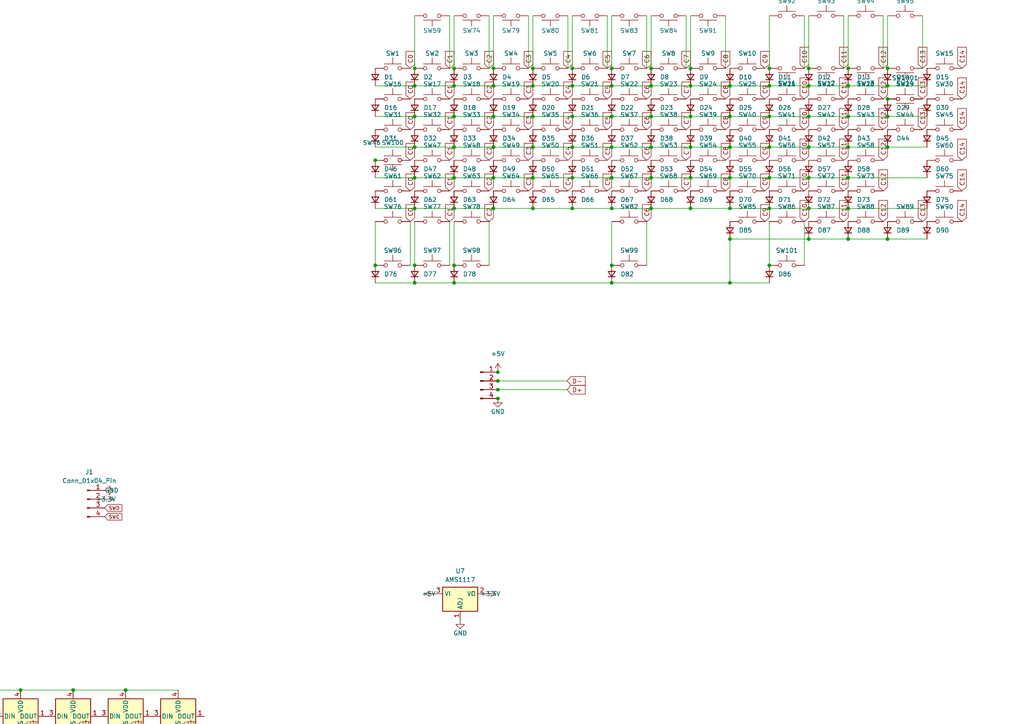
<source format=kicad_sch>
(kicad_sch (version 20241004) (generator "eeschema") (generator_version "8.99")
  (paper "A4")
  (lib_symbols
    (symbol "Connector:Conn_01x04_Pin" (pin_names (offset 1.016) (hide yes))
      (property "Reference" "J" (at 0 5.08 0))
      (property "Value" "Conn_01x04_Pin" (at 0 -7.62 0))
      (symbol "Conn_01x04_Pin_1_1"
        (pin passive line (at 5.08 2.54 180) (length 3.81) (name "Pin_1") (number "1"))
        (pin passive line (at 5.08 0 180) (length 3.81) (name "Pin_2") (number "2"))
        (pin passive line (at 5.08 -2.54 180) (length 3.81) (name "Pin_3") (number "3"))
        (pin passive line (at 5.08 -5.08 180) (length 3.81) (name "Pin_4") (number "4"))
      )
    )
    (symbol "Device:C_Small" (pin_numbers (hide yes)) (pin_names (offset 0.254) (hide yes))
      (property "Reference" "C" (at 0.254 1.778 0))
      (property "Value" "C_Small" (at 0.254 -2.032 0))
      (symbol "C_Small_1_1"
        (pin passive line (at 0 2.54 270) (length 2.032) (name "~") (number "1"))
        (pin passive line (at 0 -2.54 90) (length 2.032) (name "~") (number "2"))
      )
    )
    (symbol "Device:D_Small" (pin_numbers (hide yes)) (pin_names (offset 0.254) (hide yes))
      (property "Reference" "D" (at -1.27 2.032 0))
      (property "Value" "D_Small" (at -3.81 -2.032 0))
      (symbol "D_Small_1_1"
        (pin passive line (at -2.54 0 0) (length 1.778) (name "K") (number "1"))
        (pin passive line (at 2.54 0 180) (length 1.778) (name "A") (number "2"))
      )
    )
    (symbol "Device:R_Small" (pin_numbers (hide yes)) (pin_names (offset 0.254) (hide yes))
      (property "Reference" "R" (at 0.762 0.508 0))
      (property "Value" "R_Small" (at 0.762 -1.016 0))
      (symbol "R_Small_1_1"
        (pin passive line (at 0 2.54 270) (length 0.762) (name "~") (number "1"))
        (pin passive line (at 0 -2.54 90) (length 0.762) (name "~") (number "2"))
      )
    )
    (symbol "LED:WS2812B-2020" (pin_names (offset 0.254))
      (property "Reference" "D" (at 5.08 5.715 0))
      (property "Value" "WS2812B-2020" (at 1.27 -5.715 0))
      (symbol "WS2812B-2020_0_0"
        (text "RGB" (at 2.286 -4.191 0) (effects (font (size 0.762 0.762))))
      )
      (symbol "WS2812B-2020_1_1"
        (pin input line (at -7.62 0 0) (length 2.54) (name "DIN") (number "3"))
        (pin power_in line (at 0 7.62 270) (length 2.54) (name "VDD") (number "4"))
        (pin power_in line (at 0 -7.62 90) (length 2.54) (name "VSS") (number "2"))
        (pin output line (at 7.62 0 180) (length 2.54) (name "DOUT") (number "1"))
      )
    )
    (symbol "Regulator_Linear:AMS1117"
      (property "Reference" "U" (at -3.81 3.175 0))
      (property "Value" "AMS1117" (at 0 3.175 0))
      (symbol "AMS1117_1_1"
        (pin power_in line (at -7.62 0 0) (length 2.54) (name "VI") (number "3"))
        (pin input line (at 0 -7.62 90) (length 2.54) (name "ADJ") (number "1"))
        (pin power_out line (at 7.62 0 180) (length 2.54) (name "VO") (number "2"))
      )
    )
    (symbol "Switch:SW_Push" (pin_numbers (hide yes)) (pin_names (offset 1.016) (hide yes))
      (property "Reference" "SW" (at 1.27 2.54 0))
      (property "Value" "SW_Push" (at 0 -1.524 0))
      (symbol "SW_Push_0_1"
        (pin passive line (at -5.08 0 0) (length 2.54) (name "1") (number "1"))
        (pin passive line (at 5.08 0 180) (length 2.54) (name "2") (number "2"))
      )
    )
    (symbol "power:+3.3V" (power) (pin_numbers (hide yes)) (pin_names (offset 0) (hide yes))
      (property "Value" "+3.3V" (at 0 3.556 0))
      (symbol "+3.3V_1_1"
        (pin power_in line (at 0 0 90) (length 0) (name "~") (number "1"))
      )
    )
    (symbol "power:+5V" (power) (pin_numbers (hide yes)) (pin_names (offset 0) (hide yes))
      (property "Value" "+5V" (at 0 3.556 0))
      (symbol "+5V_1_1"
        (pin power_in line (at 0 0 90) (length 0) (name "~") (number "1"))
      )
    )
    (symbol "power:GND" (power) (pin_numbers (hide yes)) (pin_names (offset 0) (hide yes))
      (property "Value" "GND" (at 0 -3.81 0))
      (symbol "GND_1_1"
        (pin power_in line (at 0 0 270) (length 0) (name "~") (number "1"))
      )
    )
    (symbol "stm32f072:STM32F072-LQFP48-acheronSymbols" (pin_names (offset 1.016))
      (property "Reference" "U1" (at -1.905 3.175 0))
      (property "Value" "STM32F072-LQFP48" (at -15.24 -1.27 0))
      (symbol "STM32F072-LQFP48-acheronSymbols_1_1"
        (pin power_in line (at -43.18 35.56 0) (length 2.54) (name "VBAT") (number "1"))
        (pin bidirectional line (at -43.18 29.21 0) (length 2.54) (name "PC13") (number "2"))
        (pin bidirectional line (at -43.18 22.86 0) (length 2.54) (name "PC14/OSC32_IN") (number "3"))
        (pin bidirectional line (at -43.18 16.51 0) (length 2.54) (name "PC15/OSC32_OUT") (number "4"))
        (pin bidirectional line (at -43.18 10.16 0) (length 2.54) (name "PF0/OSC_IN") (number "5"))
        (pin bidirectional line (at -43.18 3.81 0) (length 2.54) (name "PF1/OSC_OUT") (number "6"))
        (pin input line (at -43.18 -2.54 0) (length 2.54) (name "NRST") (number "7"))
        (pin power_in line (at -43.18 -8.89 0) (length 2.54) (name "VSSA") (number "8"))
        (pin power_in line (at -43.18 -15.24 0) (length 2.54) (name "VDDA") (number "9"))
        (pin bidirectional line (at -43.18 -21.59 0) (length 2.54) (name "PA0/ADC_IN0") (number "10"))
        (pin bidirectional line (at -43.18 -27.94 0) (length 2.54) (name "PA1/ADC_IN1") (number "11"))
        (pin bidirectional line (at -43.18 -34.29 0) (length 2.54) (name "PA2/ADC_IN2") (number "12"))
        (pin input line (at -34.29 44.45 270) (length 2.54) (name "VDD") (number "48"))
        (pin bidirectional line (at -34.29 -43.18 90) (length 2.54) (name "PA3/TIM15_CH2/ADC_IN3") (number "13"))
        (pin input line (at -27.94 44.45 270) (length 2.54) (name "VSS") (number "47"))
        (pin bidirectional line (at -27.94 -43.18 90) (length 2.54) (name "PA4/TIM14_CH1/ADC_IN4") (number "14"))
        (pin input line (at -21.59 44.45 270) (length 2.54) (name "SPI2_NSS/I2S2_WS/I2C1_SDA/TIM17_CH1/PB9") (number "46"))
        (pin bidirectional line (at -21.59 -43.18 90) (length 2.54) (name "PA5/ADC_IN5/DAC_OUT2") (number "15"))
        (pin bidirectional line (at -15.24 44.45 270) (length 2.54) (name "I2C1_SCL/TIM16_CH1/PB8") (number "45"))
        (pin bidirectional line (at -15.24 -43.18 90) (length 2.54) (name "PA6/ADC_IN6/TIM3_CH1/TIM16_CH1") (number "16"))
        (pin output line (at -8.89 44.45 270) (length 2.54) (name "BOOT0") (number "44"))
        (pin bidirectional line (at -8.89 -43.18 90) (length 2.54) (name "PA7/TIM3_CH2/TIM14_CH1/ADC_IN7") (number "17"))
        (pin bidirectional line (at -2.54 44.45 270) (length 2.54) (name "2C1_SDA/PB7") (number "43"))
        (pin bidirectional line (at -2.54 -43.18 90) (length 2.54) (name "PB0/TIM3_CH3/ADC_IN8") (number "18"))
        (pin bidirectional line (at 3.81 44.45 270) (length 2.54) (name "I2C1_SCL/PB6") (number "42"))
        (pin bidirectional line (at 3.81 -43.18 90) (length 2.54) (name "PB1/TIM3_CH4/TIM14_CH1/ADC_IN9") (number "19"))
        (pin bidirectional line (at 10.16 44.45 270) (length 2.54) (name "SPI1_MOSI/I2S1_SD/TIM3_CH2/PB5") (number "41"))
        (pin bidirectional line (at 10.16 -43.18 90) (length 2.54) (name "PB2") (number "20"))
        (pin bidirectional line (at 16.51 44.45 270) (length 2.54) (name "SPI1_MISO/I2S1_MCK/TIM3_CH1/PB4") (number "40"))
        (pin bidirectional line (at 16.51 -43.18 90) (length 2.54) (name "PB10/SPI2_SCK/I2C2_SCL/TIM2_CH3") (number "21"))
        (pin bidirectional line (at 22.86 44.45 270) (length 2.54) (name "SPI1_SCK/I2S1_CK/TIM2_CH2/PB3") (number "39"))
        (pin bidirectional line (at 22.86 -43.18 90) (length 2.54) (name "PB11/TIM2_CH4/I2C2_SDA") (number "22"))
        (pin bidirectional line (at 29.21 44.45 270) (length 2.54) (name "PA2") (number "38"))
        (pin power_in line (at 29.21 -43.18 90) (length 2.54) (name "VSS") (number "23"))
        (pin bidirectional line (at 35.56 44.45 270) (length 2.54) (name "SWCLK/PA14") (number "37"))
        (pin power_in line (at 35.56 -43.18 90) (length 2.54) (name "VDD") (number "24"))
        (pin power_in line (at 44.45 34.29 180) (length 2.54) (name "VDDIO2") (number "36"))
        (pin power_in line (at 44.45 27.94 180) (length 2.54) (name "VSS") (number "35"))
        (pin bidirectional line (at 44.45 21.59 180) (length 2.54) (name "SWDIO/PA13") (number "34"))
        (pin bidirectional line (at 44.45 15.24 180) (length 2.54) (name "USB_DP/PA12") (number "33"))
        (pin bidirectional line (at 44.45 8.89 180) (length 2.54) (name "USB_DM/TIM1_CH4/PA11") (number "32"))
        (pin bidirectional line (at 44.45 2.54 180) (length 2.54) (name "TIM1_CH3/PA10") (number "31"))
        (pin bidirectional line (at 44.45 -3.81 180) (length 2.54) (name "TIM1_CH2/PA9") (number "30"))
        (pin bidirectional line (at 44.45 -10.16 180) (length 2.54) (name "TIM1_CH1/PA8") (number "29"))
        (pin bidirectional line (at 44.45 -16.51 180) (length 2.54) (name "SPI2_MOSI/I2S2_SD/PB15") (number "28"))
        (pin bidirectional line (at 44.45 -22.86 180) (length 2.54) (name "PB14/SPI2_MISO/I2S2_MCK/I2C2_SDA/TIM15_CH1/PB15") (number "27"))
        (pin bidirectional line (at 44.45 -29.21 180) (length 2.54) (name "SPI2_SCK/I2S2_CK/I2C2_SCL/PB13") (number "26"))
        (pin bidirectional line (at 44.45 -35.56 180) (length 2.54) (name "PB12") (number "25"))
      )
    )
  )
  (junction (at -131.191 215.392))
  (junction (at 177.419 51.562))
  (junction (at 144.399 113.03))
  (junction (at 257.429 33.782))
  (junction (at -24.638 62.738))
  (junction (at -92.964 -34.798))
  (junction (at -70.231 215.392))
  (junction (at 165.989 51.562))
  (junction (at -222.631 215.392))
  (junction (at -9.271 200.152))
  (junction (at 143.129 60.452))
  (junction (at 234.569 42.672))
  (junction (at 120.269 42.672))
  (junction (at 188.849 33.782))
  (junction (at 257.429 42.672))
  (junction (at -109.728 21.844))
  (junction (at 36.449 215.392))
  (junction (at -207.391 200.152))
  (junction (at 223.139 33.782))
  (junction (at 165.989 24.892))
  (junction (at 245.999 24.892))
  (junction (at 188.849 60.452))
  (junction (at -222.631 200.152))
  (junction (at 165.989 19.812))
  (junction (at 144.399 115.57))
  (junction (at 131.699 60.452))
  (junction (at 108.839 46.482))
  (junction (at -176.911 200.152))
  (junction (at 120.269 24.892))
  (junction (at -114.046 -43.688))
  (junction (at 257.429 28.702))
  (junction (at -131.191 200.152))
  (junction (at -146.431 215.392))
  (junction (at 131.699 51.562))
  (junction (at 211.709 42.672))
  (junction (at 177.419 19.812))
  (junction (at 165.989 33.782))
  (junction (at 177.419 76.962))
  (junction (at 188.849 19.812))
  (junction (at -161.671 200.152))
  (junction (at -102.616 -23.114))
  (junction (at -24.511 200.152))
  (junction (at 120.269 60.452))
  (junction (at 234.569 69.342))
  (junction (at 234.569 60.452))
  (junction (at -100.711 200.152))
  (junction (at 5.969 215.392))
  (junction (at 177.419 60.452))
  (junction (at 5.969 200.152))
  (junction (at 234.569 33.782))
  (junction (at 223.139 19.812))
  (junction (at 211.709 69.342))
  (junction (at 21.209 215.392))
  (junction (at 223.139 60.452))
  (junction (at -87.884 -34.798))
  (junction (at 245.999 51.562))
  (junction (at -115.951 200.152))
  (junction (at 200.279 60.452))
  (junction (at -192.151 215.392))
  (junction (at 131.699 24.892))
  (junction (at 21.209 200.152))
  (junction (at 257.429 24.892))
  (junction (at 188.849 51.562))
  (junction (at 144.399 110.49))
  (junction (at 131.699 19.812))
  (junction (at 245.999 19.812))
  (junction (at 120.269 19.812))
  (junction (at -7.874 -21.082))
  (junction (at 154.559 51.562))
  (junction (at -92.964 -39.116))
  (junction (at -29.718 58.42))
  (junction (at -100.711 215.392))
  (junction (at 154.559 24.892))
  (junction (at 245.999 69.342))
  (junction (at 154.559 19.812))
  (junction (at -87.884 -39.116))
  (junction (at 108.839 76.962))
  (junction (at -146.431 200.152))
  (junction (at 211.709 33.782))
  (junction (at 144.399 107.95))
  (junction (at -7.874 -16.002))
  (junction (at 211.709 51.562))
  (junction (at 120.269 33.782))
  (junction (at 131.699 82.042))
  (junction (at 188.849 42.672))
  (junction (at 245.999 42.672))
  (junction (at -85.471 200.152))
  (junction (at -161.671 215.392))
  (junction (at 165.989 42.672))
  (junction (at 223.139 76.962))
  (junction (at -39.751 200.152))
  (junction (at 177.419 82.042))
  (junction (at -29.718 62.738))
  (junction (at 143.129 24.892))
  (junction (at 211.709 60.452))
  (junction (at 120.269 82.042))
  (junction (at 211.709 82.042))
  (junction (at 234.569 19.812))
  (junction (at -54.991 200.152))
  (junction (at -9.271 215.392))
  (junction (at 120.269 76.962))
  (junction (at 131.699 76.962))
  (junction (at 234.569 24.892))
  (junction (at 36.449 200.152))
  (junction (at 234.569 51.562))
  (junction (at -70.231 200.152))
  (junction (at 188.849 24.892))
  (junction (at 143.129 19.812))
  (junction (at 211.709 24.892))
  (junction (at 177.419 33.782))
  (junction (at 131.699 42.672))
  (junction (at 257.429 69.342))
  (junction (at -192.151 200.152))
  (junction (at 143.129 33.782))
  (junction (at 200.279 19.812))
  (junction (at 200.279 33.782))
  (junction (at 154.559 33.782))
  (junction (at 143.129 42.672))
  (junction (at -111.252 -43.688))
  (junction (at 154.559 60.452))
  (junction (at 245.999 60.452))
  (junction (at 165.989 60.452))
  (junction (at -54.991 215.392))
  (junction (at 200.279 42.672))
  (junction (at -12.192 -21.082))
  (junction (at -12.192 -16.002))
  (junction (at 177.419 24.892))
  (junction (at 120.269 51.562))
  (junction (at 223.139 42.672))
  (junction (at -39.751 215.392))
  (junction (at -24.511 215.392))
  (junction (at 200.279 24.892))
  (junction (at -105.41 21.844))
  (junction (at 131.699 33.782))
  (junction (at 257.429 19.812))
  (junction (at -24.638 58.42))
  (junction (at -109.728 26.924))
  (junction (at -105.41 26.924))
  (junction (at 177.419 42.672))
  (junction (at -115.951 215.392))
  (junction (at 200.279 51.562))
  (junction (at -207.391 215.392))
  (junction (at 143.129 51.562))
  (junction (at 223.139 51.562))
  (junction (at 154.559 42.672))
  (junction (at -85.471 215.392))
  (junction (at 223.139 24.892))
  (junction (at -176.911 215.392))
  (junction (at 245.999 33.782))
  (no_connect (at -100.838 4.191))
  (no_connect (at -100.838 10.541))
  (wire (pts (xy 164.465 113.03) (xy 144.399 113.03)))
  (wire (pts (xy 200.279 4.572) (xy 200.279 19.812)))
  (wire (pts (xy 131.699 33.782) (xy 143.129 33.782)))
  (wire (pts (xy -14.478 -2.794) (xy -14.986 -2.794)))
  (wire (pts (xy -7.874 -16.002) (xy -12.192 -16.002)))
  (wire (pts (xy -100.838 21.844) (xy -100.838 23.241)))
  (wire (pts (xy -124.206 -43.688) (xy -124.206 -47.498)))
  (wire (pts (xy 120.269 60.452) (xy 131.699 60.452)))
  (wire (pts (xy 188.849 51.562) (xy 200.279 51.562)))
  (wire (pts (xy 257.429 4.572) (xy 257.429 19.812)))
  (wire (pts (xy 177.419 42.672) (xy 188.849 42.672)))
  (wire (pts (xy -39.751 200.152) (xy -24.511 200.152)))
  (wire (pts (xy 131.699 76.962) (xy 131.699 64.262)))
  (wire (pts (xy 234.569 24.892) (xy 245.999 24.892)))
  (wire (pts (xy 165.989 24.892) (xy 177.419 24.892)))
  (wire (pts (xy 211.709 60.452) (xy 223.139 60.452)))
  (wire (pts (xy -66.548 -30.099) (xy -66.548 -32.004)))
  (wire (pts (xy 188.849 60.452) (xy 200.279 60.452)))
  (wire (pts (xy 211.709 51.562) (xy 223.139 51.562)))
  (wire (pts (xy -161.671 215.392) (xy -146.431 215.392)))
  (wire (pts (xy 154.559 24.892) (xy 165.989 24.892)))
  (wire (pts (xy 267.589 4.572) (xy 267.589 19.812)))
  (wire (pts (xy -105.41 26.924) (xy -109.728 26.924)))
  (wire (pts (xy 165.989 33.782) (xy 177.419 33.782)))
  (wire (pts (xy 245.999 24.892) (xy 257.429 24.892)))
  (wire (pts (xy -12.192 -16.002) (xy -13.208 -16.002)))
  (wire (pts (xy -222.631 215.392) (xy -207.391 215.392)))
  (wire (pts (xy -85.471 200.152) (xy -70.231 200.152)))
  (wire (pts (xy -99.568 -14.859) (xy -99.568 -16.764)))
  (wire (pts (xy -22.098 57.531) (xy -24.638 57.531)))
  (wire (pts (xy 257.429 33.782) (xy 268.859 33.782)))
  (wire (pts (xy 165.989 51.562) (xy 177.419 51.562)))
  (wire (pts (xy -100.838 -14.859) (xy -99.568 -14.859)))
  (wire (pts (xy 200.279 24.892) (xy 211.709 24.892)))
  (wire (pts (xy 245.999 60.452) (xy 268.859 60.452)))
  (wire (pts (xy 118.999 76.962) (xy 118.999 64.262)))
  (wire (pts (xy 211.709 33.782) (xy 223.139 33.782)))
  (wire (pts (xy 120.269 76.962) (xy 120.269 64.262)))
  (wire (pts (xy -85.471 215.392) (xy -70.231 215.392)))
  (wire (pts (xy -29.718 57.531) (xy -28.448 57.531)))
  (wire (pts (xy 108.839 51.562) (xy 120.269 51.562)))
  (wire (pts (xy 108.839 33.782) (xy 120.269 33.782)))
  (wire (pts (xy -100.711 215.392) (xy -85.471 215.392)))
  (wire (pts (xy -161.671 200.152) (xy -146.431 200.152)))
  (wire (pts (xy 154.559 60.452) (xy 165.989 60.452)))
  (wire (pts (xy 120.269 4.572) (xy 120.269 19.812)))
  (wire (pts (xy -24.638 57.531) (xy -24.638 58.42)))
  (wire (pts (xy 177.419 4.572) (xy 177.419 19.812)))
  (wire (pts (xy -24.511 200.152) (xy -9.271 200.152)))
  (wire (pts (xy 131.699 24.892) (xy 143.129 24.892)))
  (wire (pts (xy -146.431 200.152) (xy -131.191 200.152)))
  (wire (pts (xy 130.429 4.572) (xy 130.429 19.812)))
  (wire (pts (xy 177.419 24.892) (xy 188.849 24.892)))
  (wire (pts (xy 177.419 82.042) (xy 211.709 82.042)))
  (wire (pts (xy 200.279 60.452) (xy 211.709 60.452)))
  (wire (pts (xy 154.559 42.672) (xy 165.989 42.672)))
  (wire (pts (xy 234.569 51.562) (xy 245.999 51.562)))
  (wire (pts (xy -207.391 200.152) (xy -192.151 200.152)))
  (wire (pts (xy -100.838 -2.159) (xy -98.298 -2.159)))
  (wire (pts (xy 143.129 51.562) (xy 154.559 51.562)))
  (wire (pts (xy -24.511 215.392) (xy -9.271 215.392)))
  (wire (pts (xy -12.192 -21.082) (xy -7.874 -21.082)))
  (wire (pts (xy 234.569 33.782) (xy 245.999 33.782)))
  (wire (pts (xy 36.449 200.152) (xy 51.689 200.152)))
  (wire (pts (xy -100.203 -23.114) (xy -102.616 -23.114)))
  (wire (pts (xy 154.559 51.562) (xy 165.989 51.562)))
  (wire (pts (xy -14.478 -0.889) (xy -14.478 -2.794)))
  (wire (pts (xy -98.933 -8.509) (xy -98.933 -10.414)))
  (wire (pts (xy -131.191 215.392) (xy -115.951 215.392)))
  (wire (pts (xy 165.989 4.572) (xy 165.989 19.812)))
  (wire (pts (xy 131.699 82.042) (xy 177.419 82.042)))
  (wire (pts (xy 131.699 42.672) (xy 143.129 42.672)))
  (wire (pts (xy -111.252 -49.022) (xy -114.046 -49.022)))
  (wire (pts (xy 154.559 33.782) (xy 165.989 33.782)))
  (wire (pts (xy 199.009 4.572) (xy 199.009 19.812)))
  (wire (pts (xy 120.269 51.562) (xy 131.699 51.562)))
  (wire (pts (xy -54.991 200.152) (xy -39.751 200.152)))
  (wire (pts (xy 245.999 69.342) (xy 257.429 69.342)))
  (wire (pts (xy -114.046 -43.688) (xy -111.252 -43.688)))
  (wire (pts (xy 211.709 42.672) (xy 223.139 42.672)))
  (wire (pts (xy 257.429 24.892) (xy 268.859 24.892)))
  (wire (pts (xy -97.663 14.986) (xy -102.616 14.986)))
  (wire (pts (xy 120.269 24.892) (xy 131.699 24.892)))
  (wire (pts (xy -237.871 200.152) (xy -222.631 200.152)))
  (wire (pts (xy 200.279 42.672) (xy 211.709 42.672)))
  (wire (pts (xy -192.151 215.392) (xy -176.911 215.392)))
  (wire (pts (xy -237.871 215.392) (xy -222.631 215.392)))
  (wire (pts (xy -15.113 -9.144) (xy -14.986 -9.144)))
  (wire (pts (xy -15.113 -7.239) (xy -15.113 -9.144)))
  (wire (pts (xy -100.203 -21.209) (xy -100.203 -23.114)))
  (wire (pts (xy 108.839 82.042) (xy 120.269 82.042)))
  (wire (pts (xy 164.719 4.572) (xy 164.719 19.812)))
  (wire (pts (xy 144.399 110.49) (xy 164.465 110.49)))
  (wire (pts (xy -54.991 215.392) (xy -39.751 215.392)))
  (wire (pts (xy 143.129 24.892) (xy 154.559 24.892)))
  (wire (pts (xy -176.911 215.392) (xy -161.671 215.392)))
  (wire (pts (xy 211.709 82.042) (xy 211.709 69.342)))
  (wire (pts (xy -116.586 -43.688) (xy -114.046 -43.688)))
  (wire (pts (xy -70.231 200.152) (xy -54.991 200.152)))
  (wire (pts (xy -13.843 3.556) (xy -14.986 3.556)))
  (wire (pts (xy 143.129 33.782) (xy 154.559 33.782)))
  (wire (pts (xy -100.711 200.152) (xy -85.471 200.152)))
  (wire (pts (xy -13.208 -16.002) (xy -13.208 -13.589)))
  (wire (pts (xy -13.208 -7.239) (xy -15.113 -7.239)))
  (wire (pts (xy -100.838 29.591) (xy -100.838 26.924)))
  (wire (pts (xy 21.209 200.152) (xy 36.449 200.152)))
  (wire (pts (xy -39.751 215.392) (xy -24.511 215.392)))
  (wire (pts (xy -9.271 215.392) (xy 5.969 215.392)))
  (wire (pts (xy 244.729 4.572) (xy 244.729 19.812)))
  (wire (pts (xy 154.559 4.572) (xy 154.559 19.812)))
  (wire (pts (xy 165.989 42.672) (xy 177.419 42.672)))
  (wire (pts (xy -13.208 5.461) (xy -13.843 5.461)))
  (wire (pts (xy -98.298 -2.159) (xy -98.298 -4.064)))
  (wire (pts (xy 21.209 215.392) (xy 36.449 215.392)))
  (wire (pts (xy 120.269 82.042) (xy 131.699 82.042)))
  (wire (pts (xy 223.139 33.782) (xy 234.569 33.782)))
  (wire (pts (xy 233.299 4.572) (xy 233.299 19.812)))
  (wire (pts (xy 245.999 51.562) (xy 268.859 51.562)))
  (wire (pts (xy -13.843 5.461) (xy -13.843 3.556)))
  (wire (pts (xy 233.299 76.962) (xy 233.299 64.262)))
  (wire (pts (xy 5.969 215.392) (xy 21.209 215.392)))
  (wire (pts (xy -131.191 200.152) (xy -115.951 200.152)))
  (wire (pts (xy -91.948 -30.099) (xy -92.964 -30.099)))
  (wire (pts (xy 211.709 69.342) (xy 234.569 69.342)))
  (wire (pts (xy -87.884 -34.798) (xy -87.884 -30.099)))
  (wire (pts (xy 257.429 69.342) (xy 268.859 69.342)))
  (wire (pts (xy -13.208 -0.889) (xy -14.478 -0.889)))
  (wire (pts (xy -100.838 -8.509) (xy -98.933 -8.509)))
  (wire (pts (xy -192.151 200.152) (xy -176.911 200.152)))
  (wire (pts (xy -98.933 -10.414) (xy -102.616 -10.414)))
  (wire (pts (xy -100.838 16.891) (xy -97.663 16.891)))
  (wire (pts (xy -29.718 58.42) (xy -29.718 57.531)))
  (wire (pts (xy 177.419 33.782) (xy 188.849 33.782)))
  (wire (pts (xy -105.41 21.844) (xy -100.838 21.844)))
  (wire (pts (xy 177.419 60.452) (xy 188.849 60.452)))
  (wire (pts (xy 120.269 33.782) (xy 131.699 33.782)))
  (wire (pts (xy 36.449 215.392) (xy 51.689 215.392)))
  (wire (pts (xy -97.663 16.891) (xy -97.663 14.986)))
  (wire (pts (xy -100.838 26.924) (xy -105.41 26.924)))
  (wire (pts (xy 5.969 200.152) (xy 21.209 200.152)))
  (wire (pts (xy -70.231 215.392) (xy -54.991 215.392)))
  (wire (pts (xy 131.699 4.572) (xy 131.699 19.812)))
  (wire (pts (xy 223.139 51.562) (xy 234.569 51.562)))
  (wire (pts (xy -222.631 200.152) (xy -207.391 200.152)))
  (wire (pts (xy 131.699 60.452) (xy 143.129 60.452)))
  (wire (pts (xy 143.129 4.572) (xy 143.129 19.812)))
  (wire (pts (xy 245.999 33.782) (xy 257.429 33.782)))
  (wire (pts (xy -98.298 -4.064) (xy -102.616 -4.064)))
  (wire (pts (xy 187.579 4.572) (xy 187.579 19.812)))
  (wire (pts (xy -24.638 58.42) (xy -24.638 62.738)))
  (wire (pts (xy 165.989 60.452) (xy 177.419 60.452)))
  (wire (pts (xy -99.568 -16.764) (xy -102.616 -16.764)))
  (wire (pts (xy -92.964 -34.798) (xy -92.964 -39.116)))
  (wire (pts (xy -115.951 200.152) (xy -100.711 200.152)))
  (wire (pts (xy 234.569 42.672) (xy 245.999 42.672)))
  (wire (pts (xy -92.964 -30.099) (xy -92.964 -34.798)))
  (wire (pts (xy 176.149 4.572) (xy 176.149 19.812)))
  (wire (pts (xy 131.699 51.562) (xy 143.129 51.562)))
  (wire (pts (xy -114.046 -47.498) (xy -114.046 -43.688)))
  (wire (pts (xy 153.289 4.572) (xy 153.289 19.812)))
  (wire (pts (xy -87.884 -39.116) (xy -87.884 -34.798)))
  (wire (pts (xy 223.139 60.452) (xy 234.569 60.452)))
  (wire (pts (xy 108.839 24.892) (xy 120.269 24.892)))
  (wire (pts (xy 141.859 76.962) (xy 141.859 64.262)))
  (wire (pts (xy 188.849 4.572) (xy 188.849 19.812)))
  (wire (pts (xy 234.569 69.342) (xy 245.999 69.342)))
  (wire (pts (xy 187.579 76.962) (xy 187.579 64.262)))
  (wire (pts (xy 245.999 4.572) (xy 245.999 19.812)))
  (wire (pts (xy 234.569 4.572) (xy 234.569 19.812)))
  (wire (pts (xy 200.279 51.562) (xy 211.709 51.562)))
  (wire (pts (xy -146.431 215.392) (xy -131.191 215.392)))
  (wire (pts (xy 143.129 60.452) (xy 154.559 60.452)))
  (wire (pts (xy -13.208 -19.939) (xy -13.208 -21.082)))
  (wire (pts (xy -100.838 -21.209) (xy -100.203 -21.209)))
  (wire (pts (xy -9.271 200.152) (xy 5.969 200.152)))
  (wire (pts (xy -87.884 -30.099) (xy -85.598 -30.099)))
  (wire (pts (xy -66.548 -32.004) (xy -68.326 -32.004)))
  (wire (pts (xy 188.849 42.672) (xy 200.279 42.672)))
  (wire (pts (xy 108.839 42.672) (xy 120.269 42.672)))
  (wire (pts (xy -109.728 21.844) (xy -105.41 21.844)))
  (wire (pts (xy 256.159 4.572) (xy 256.159 19.812)))
  (wire (pts (xy -13.208 -21.082) (xy -12.192 -21.082)))
  (wire (pts (xy 211.709 24.892) (xy 223.139 24.892)))
  (wire (pts (xy 143.129 42.672) (xy 154.559 42.672)))
  (wire (pts (xy 177.419 76.962) (xy 177.419 64.262)))
  (wire (pts (xy 108.839 76.962) (xy 108.839 64.262)))
  (wire (pts (xy 257.429 42.672) (xy 268.859 42.672)))
  (wire (pts (xy 223.139 4.572) (xy 223.139 19.812)))
  (wire (pts (xy 223.139 42.672) (xy 234.569 42.672)))
  (wire (pts (xy -176.911 200.152) (xy -161.671 200.152)))
  (wire (pts (xy 211.709 82.042) (xy 223.139 82.042)))
  (wire (pts (xy 120.269 42.672) (xy 131.699 42.672)))
  (wire (pts (xy -121.666 -43.688) (xy -124.206 -43.688)))
  (wire (pts (xy 108.839 60.452) (xy 120.269 60.452)))
  (wire (pts (xy 200.279 33.782) (xy 211.709 33.782)))
  (wire (pts (xy 130.429 76.962) (xy 130.429 64.262)))
  (wire (pts (xy 141.859 4.572) (xy 141.859 19.812)))
  (wire (pts (xy -111.252 -43.688) (xy -111.252 -43.942)))
  (wire (pts (xy 188.849 33.782) (xy 200.279 33.782)))
  (wire (pts (xy 223.139 76.962) (xy 223.139 64.262)))
  (wire (pts (xy 210.439 4.572) (xy 210.439 19.812)))
  (wire (pts (xy 177.419 51.562) (xy 188.849 51.562)))
  (wire (pts (xy 188.849 24.892) (xy 200.279 24.892)))
  (wire (pts (xy -115.951 215.392) (xy -100.711 215.392)))
  (wire (pts (xy 245.999 42.672) (xy 257.429 42.672)))
  (wire (pts (xy -29.718 62.738) (xy -29.718 58.42)))
  (wire (pts (xy -207.391 215.392) (xy -192.151 215.392)))
  (wire (pts (xy 234.569 60.452) (xy 245.999 60.452)))
  (wire (pts (xy 223.139 24.892) (xy 234.569 24.892)))
  (global_label "boot" (shape input) (at -68.326 -32.004 90) (property "Intersheetrefs" "${INTERSHEET_REFS}" (effects (hide yes))))
  (global_label "C4" (shape input) (at 164.719 46.482 90) (property "Intersheetrefs" "${INTERSHEET_REFS}" (effects (hide yes))))
  (global_label "C0" (shape input) (at 118.999 28.702 90) (property "Intersheetrefs" "${INTERSHEET_REFS}" (effects (hide yes))))
  (global_label "C11" (shape input) (at 242.443 -37.846 90) (property "Intersheetrefs" "${INTERSHEET_REFS}" (effects (hide yes))))
  (global_label "C9" (shape input) (at 221.869 55.372 90) (property "Intersheetrefs" "${INTERSHEET_REFS}" (effects (hide yes))))
  (global_label "C12" (shape input) (at 256.159 28.702 90) (property "Intersheetrefs" "${INTERSHEET_REFS}" (effects (hide yes))))
  (global_label "C2" (shape input) (at 139.573 -37.846 90) (property "Intersheetrefs" "${INTERSHEET_REFS}" (effects (hide yes))))
  (global_label "C10" (shape input) (at 233.299 55.372 90) (property "Intersheetrefs" "${INTERSHEET_REFS}" (effects (hide yes))))
  (global_label "C2" (shape input) (at 141.859 28.702 90) (property "Intersheetrefs" "${INTERSHEET_REFS}" (effects (hide yes))))
  (global_label "C8" (shape input) (at 208.153 -37.846 90) (property "Intersheetrefs" "${INTERSHEET_REFS}" (effects (hide yes))))
  (global_label "C7" (shape input) (at 199.009 37.592 90) (property "Intersheetrefs" "${INTERSHEET_REFS}" (effects (hide yes))))
  (global_label "C12" (shape input) (at 256.159 37.592 90) (property "Intersheetrefs" "${INTERSHEET_REFS}" (effects (hide yes))))
  (global_label "C2" (shape input) (at 141.859 46.482 90) (property "Intersheetrefs" "${INTERSHEET_REFS}" (effects (hide yes))))
  (global_label "C3" (shape input) (at 153.289 37.592 90) (property "Intersheetrefs" "${INTERSHEET_REFS}" (effects (hide yes))))
  (global_label "C13" (shape input) (at 267.589 64.262 90) (property "Intersheetrefs" "${INTERSHEET_REFS}" (effects (hide yes))))
  (global_label "C3" (shape input) (at 153.289 55.372 90) (property "Intersheetrefs" "${INTERSHEET_REFS}" (effects (hide yes))))
  (global_label "C14" (shape input) (at 279.019 28.702 90) (property "Intersheetrefs" "${INTERSHEET_REFS}" (effects (hide yes))))
  (global_label "C12" (shape input) (at 256.159 64.262 90) (property "Intersheetrefs" "${INTERSHEET_REFS}" (effects (hide yes))))
  (global_label "D-" (shape input) (at -14.986 3.556 0) (property "Intersheetrefs" "${INTERSHEET_REFS}" (effects (hide yes))))
  (global_label "C6" (shape input) (at 185.293 -37.846 90) (property "Intersheetrefs" "${INTERSHEET_REFS}" (effects (hide yes))))
  (global_label "C5" (shape input) (at 176.149 28.702 90) (property "Intersheetrefs" "${INTERSHEET_REFS}" (effects (hide yes))))
  (global_label "C1" (shape input) (at 130.429 28.702 90) (property "Intersheetrefs" "${INTERSHEET_REFS}" (effects (hide yes))))
  (global_label "C1" (shape input) (at 130.429 64.262 90) (property "Intersheetrefs" "${INTERSHEET_REFS}" (effects (hide yes))))
  (global_label "C12" (shape input) (at 256.159 55.372 90) (property "Intersheetrefs" "${INTERSHEET_REFS}" (effects (hide yes))))
  (global_label "C12" (shape input) (at 253.873 -37.846 90) (property "Intersheetrefs" "${INTERSHEET_REFS}" (effects (hide yes))))
  (global_label "C2" (shape input) (at 141.859 55.372 90) (property "Intersheetrefs" "${INTERSHEET_REFS}" (effects (hide yes))))
  (global_label "C6" (shape input) (at 187.579 46.482 90) (property "Intersheetrefs" "${INTERSHEET_REFS}" (effects (hide yes))))
  (global_label "C0" (shape input) (at 118.999 55.372 90) (property "Intersheetrefs" "${INTERSHEET_REFS}" (effects (hide yes))))
  (global_label "C2" (shape input) (at 141.859 64.262 90) (property "Intersheetrefs" "${INTERSHEET_REFS}" (effects (hide yes))))
  (global_label "C3" (shape input) (at 153.289 19.812 90) (property "Intersheetrefs" "${INTERSHEET_REFS}" (effects (hide yes))))
  (global_label "C11" (shape input) (at 244.729 55.372 90) (property "Intersheetrefs" "${INTERSHEET_REFS}" (effects (hide yes))))
  (global_label "RST" (shape input) (at -102.616 14.986 180) (property "Intersheetrefs" "${INTERSHEET_REFS}" (effects (hide yes))))
  (global_label "C10" (shape input) (at 233.299 37.592 90) (property "Intersheetrefs" "${INTERSHEET_REFS}" (effects (hide yes))))
  (global_label "C0" (shape input) (at 118.999 46.482 90) (property "Intersheetrefs" "${INTERSHEET_REFS}" (effects (hide yes))))
  (global_label "C14" (shape input) (at 279.019 55.372 90) (property "Intersheetrefs" "${INTERSHEET_REFS}" (effects (hide yes))))
  (global_label "C3" (shape input) (at 151.003 -37.846 90) (property "Intersheetrefs" "${INTERSHEET_REFS}" (effects (hide yes))))
  (global_label "C13" (shape input) (at 267.589 19.812 90) (property "Intersheetrefs" "${INTERSHEET_REFS}" (effects (hide yes))))
  (global_label "C5" (shape input) (at 173.863 -37.846 90) (property "Intersheetrefs" "${INTERSHEET_REFS}" (effects (hide yes))))
  (global_label "C1" (shape input) (at 130.429 55.372 90) (property "Intersheetrefs" "${INTERSHEET_REFS}" (effects (hide yes))))
  (global_label "C4" (shape input) (at 162.433 -37.846 90) (property "Intersheetrefs" "${INTERSHEET_REFS}" (effects (hide yes))))
  (global_label "SWC" (shape input) (at 30.353 149.86 0) (effects (font (size 1 1))) (property "Intersheetrefs" "${INTERSHEET_REFS}" (effects (hide yes))))
  (global_label "C9" (shape input) (at 219.583 -37.846 90) (property "Intersheetrefs" "${INTERSHEET_REFS}" (effects (hide yes))))
  (global_label "C9" (shape input) (at 221.869 64.262 90) (property "Intersheetrefs" "${INTERSHEET_REFS}" (effects (hide yes))))
  (global_label "C13" (shape input) (at 265.303 -37.846 90) (property "Intersheetrefs" "${INTERSHEET_REFS}" (effects (hide yes))))
  (global_label "C7" (shape input) (at 199.009 46.482 90) (property "Intersheetrefs" "${INTERSHEET_REFS}" (effects (hide yes))))
  (global_label "RST" (shape input) (at -124.206 -47.498 180) (property "Intersheetrefs" "${INTERSHEET_REFS}" (effects (hide yes))))
  (global_label "C17" (shape input) (at -102.616 -10.414 180) (property "Intersheetrefs" "${INTERSHEET_REFS}" (effects (hide yes))))
  (global_label "C3" (shape input) (at 153.289 28.702 90) (property "Intersheetrefs" "${INTERSHEET_REFS}" (effects (hide yes))))
  (global_label "C14" (shape input) (at 279.019 19.812 90) (property "Intersheetrefs" "${INTERSHEET_REFS}" (effects (hide yes))))
  (global_label "C1" (shape input) (at 128.143 -37.846 90) (property "Intersheetrefs" "${INTERSHEET_REFS}" (effects (hide yes))))
  (global_label "C10" (shape input) (at 233.299 19.812 90) (property "Intersheetrefs" "${INTERSHEET_REFS}" (effects (hide yes))))
  (global_label "C13" (shape input) (at 267.589 28.702 90) (property "Intersheetrefs" "${INTERSHEET_REFS}" (effects (hide yes))))
  (global_label "DIO" (shape input) (at -14.986 -9.144 0) (property "Intersheetrefs" "${INTERSHEET_REFS}" (effects (hide yes))))
  (global_label "C6" (shape input) (at 187.579 19.812 90) (property "Intersheetrefs" "${INTERSHEET_REFS}" (effects (hide yes))))
  (global_label "C6" (shape input) (at 187.579 55.372 90) (property "Intersheetrefs" "${INTERSHEET_REFS}" (effects (hide yes))))
  (global_label "C5" (shape input) (at 176.149 46.482 90) (property "Intersheetrefs" "${INTERSHEET_REFS}" (effects (hide yes))))
  (global_label "C12" (shape input) (at 256.159 19.812 90) (property "Intersheetrefs" "${INTERSHEET_REFS}" (effects (hide yes))))
  (global_label "C5" (shape input) (at 176.149 19.812 90) (property "Intersheetrefs" "${INTERSHEET_REFS}" (effects (hide yes))))
  (global_label "C10" (shape input) (at 231.013 -37.846 90) (property "Intersheetrefs" "${INTERSHEET_REFS}" (effects (hide yes))))
  (global_label "C10" (shape input) (at 233.299 46.482 90) (property "Intersheetrefs" "${INTERSHEET_REFS}" (effects (hide yes))))
  (global_label "C5" (shape input) (at 176.149 37.592 90) (property "Intersheetrefs" "${INTERSHEET_REFS}" (effects (hide yes))))
  (global_label "C8" (shape input) (at 210.439 37.592 90) (property "Intersheetrefs" "${INTERSHEET_REFS}" (effects (hide yes))))
  (global_label "C9" (shape input) (at 221.869 28.702 90) (property "Intersheetrefs" "${INTERSHEET_REFS}" (effects (hide yes))))
  (global_label "C9" (shape input) (at 221.869 19.812 90) (property "Intersheetrefs" "${INTERSHEET_REFS}" (effects (hide yes))))
  (global_label "C8" (shape input) (at 210.439 46.482 90) (property "Intersheetrefs" "${INTERSHEET_REFS}" (effects (hide yes))))
  (global_label "C1" (shape input) (at 130.429 46.482 90) (property "Intersheetrefs" "${INTERSHEET_REFS}" (effects (hide yes))))
  (global_label "C14" (shape input) (at 279.019 46.482 90) (property "Intersheetrefs" "${INTERSHEET_REFS}" (effects (hide yes))))
  (global_label "C4" (shape input) (at 164.719 37.592 90) (property "Intersheetrefs" "${INTERSHEET_REFS}" (effects (hide yes))))
  (global_label "C6" (shape input) (at 187.579 28.702 90) (property "Intersheetrefs" "${INTERSHEET_REFS}" (effects (hide yes))))
  (global_label "C9" (shape input) (at 221.869 37.592 90) (property "Intersheetrefs" "${INTERSHEET_REFS}" (effects (hide yes))))
  (global_label "C0" (shape input) (at 118.999 19.812 90) (property "Intersheetrefs" "${INTERSHEET_REFS}" (effects (hide yes))))
  (global_label "C7" (shape input) (at 199.009 55.372 90) (property "Intersheetrefs" "${INTERSHEET_REFS}" (effects (hide yes))))
  (global_label "C2" (shape input) (at 141.859 19.812 90) (property "Intersheetrefs" "${INTERSHEET_REFS}" (effects (hide yes))))
  (global_label "C7" (shape input) (at 199.009 19.812 90) (property "Intersheetrefs" "${INTERSHEET_REFS}" (effects (hide yes))))
  (global_label "C14" (shape input) (at 279.019 37.592 90) (property "Intersheetrefs" "${INTERSHEET_REFS}" (effects (hide yes))))
  (global_label "C13" (shape input) (at 267.589 37.592 90) (property "Intersheetrefs" "${INTERSHEET_REFS}" (effects (hide yes))))
  (global_label "C10" (shape input) (at 233.299 64.262 90) (property "Intersheetrefs" "${INTERSHEET_REFS}" (effects (hide yes))))
  (global_label "C0" (shape input) (at 116.713 -37.846 90) (property "Intersheetrefs" "${INTERSHEET_REFS}" (effects (hide yes))))
  (global_label "C4" (shape input) (at 164.719 28.702 90) (property "Intersheetrefs" "${INTERSHEET_REFS}" (effects (hide yes))))
  (global_label "C16" (shape input) (at -102.616 -16.764 180) (property "Intersheetrefs" "${INTERSHEET_REFS}" (effects (hide yes))))
  (global_label "D+" (shape input) (at -14.986 -2.794 0) (property "Intersheetrefs" "${INTERSHEET_REFS}" (effects (hide yes))))
  (global_label "C1" (shape input) (at 130.429 37.592 90) (property "Intersheetrefs" "${INTERSHEET_REFS}" (effects (hide yes))))
  (global_label "C7" (shape input) (at 199.009 28.702 90) (property "Intersheetrefs" "${INTERSHEET_REFS}" (effects (hide yes))))
  (global_label "SWD" (shape input) (at 30.353 147.32 0) (effects (font (size 1 1))) (property "Intersheetrefs" "${INTERSHEET_REFS}" (effects (hide yes))))
  (global_label "C6" (shape input) (at 187.579 64.262 90) (property "Intersheetrefs" "${INTERSHEET_REFS}" (effects (hide yes))))
  (global_label "C3" (shape input) (at 153.289 46.482 90) (property "Intersheetrefs" "${INTERSHEET_REFS}" (effects (hide yes))))
  (global_label "C8" (shape input) (at 210.439 55.372 90) (property "Intersheetrefs" "${INTERSHEET_REFS}" (effects (hide yes))))
  (global_label "C12" (shape input) (at 256.159 46.482 90) (property "Intersheetrefs" "${INTERSHEET_REFS}" (effects (hide yes))))
  (global_label "C4" (shape input) (at 164.719 55.372 90) (property "Intersheetrefs" "${INTERSHEET_REFS}" (effects (hide yes))))
  (global_label "C2" (shape input) (at 141.859 37.592 90) (property "Intersheetrefs" "${INTERSHEET_REFS}" (effects (hide yes))))
  (global_label "D-" (shape input) (at 164.465 110.49 0) (property "Intersheetrefs" "${INTERSHEET_REFS}" (effects (hide yes))))
  (global_label "C0" (shape input) (at 118.999 64.262 90) (property "Intersheetrefs" "${INTERSHEET_REFS}" (effects (hide yes))))
  (global_label "boot" (shape input) (at -111.252 -49.022 90) (property "Intersheetrefs" "${INTERSHEET_REFS}" (effects (hide yes))))
  (global_label "C9" (shape input) (at 221.869 46.482 90) (property "Intersheetrefs" "${INTERSHEET_REFS}" (effects (hide yes))))
  (global_label "C11" (shape input) (at 244.729 37.592 90) (property "Intersheetrefs" "${INTERSHEET_REFS}" (effects (hide yes))))
  (global_label "C14" (shape input) (at 279.019 64.262 90) (property "Intersheetrefs" "${INTERSHEET_REFS}" (effects (hide yes))))
  (global_label "C8" (shape input) (at 210.439 28.702 90) (property "Intersheetrefs" "${INTERSHEET_REFS}" (effects (hide yes))))
  (global_label "D+" (shape input) (at 164.465 113.03 0) (property "Intersheetrefs" "${INTERSHEET_REFS}" (effects (hide yes))))
  (global_label "C7" (shape input) (at 196.723 -37.846 90) (property "Intersheetrefs" "${INTERSHEET_REFS}" (effects (hide yes))))
  (global_label "RGB" (shape input) (at -102.616 -4.064 180) (property "Intersheetrefs" "${INTERSHEET_REFS}" (effects (hide yes))))
  (global_label "C6" (shape input) (at 187.579 37.592 90) (property "Intersheetrefs" "${INTERSHEET_REFS}" (effects (hide yes))))
  (global_label "RGB" (shape input) (at -245.491 207.772 180) (property "Intersheetrefs" "${INTERSHEET_REFS}" (effects (hide yes))))
  (global_label "C4" (shape input) (at 164.719 19.812 90) (property "Intersheetrefs" "${INTERSHEET_REFS}" (effects (hide yes))))
  (global_label "C0" (shape input) (at 118.999 37.592 90) (property "Intersheetrefs" "${INTERSHEET_REFS}" (effects (hide yes))))
  (global_label "C11" (shape input) (at 244.729 19.812 90) (property "Intersheetrefs" "${INTERSHEET_REFS}" (effects (hide yes))))
  (global_label "C1" (shape input) (at 130.429 19.812 90) (property "Intersheetrefs" "${INTERSHEET_REFS}" (effects (hide yes))))
  (global_label "C5" (shape input) (at 176.149 55.372 90) (property "Intersheetrefs" "${INTERSHEET_REFS}" (effects (hide yes))))
  (global_label "C11" (shape input) (at 244.729 28.702 90) (property "Intersheetrefs" "${INTERSHEET_REFS}" (effects (hide yes))))
  (global_label "C10" (shape input) (at 233.299 28.702 90) (property "Intersheetrefs" "${INTERSHEET_REFS}" (effects (hide yes))))
  (global_label "C8" (shape input) (at 210.439 19.812 90) (property "Intersheetrefs" "${INTERSHEET_REFS}" (effects (hide yes))))
  (global_label "C11" (shape input) (at 244.729 64.262 90) (property "Intersheetrefs" "${INTERSHEET_REFS}" (effects (hide yes))))
  (global_label "C14" (shape input) (at 276.733 -37.846 90) (property "Intersheetrefs" "${INTERSHEET_REFS}" (effects (hide yes))))
  (global_label "C11" (shape input) (at 244.729 46.482 90) (property "Intersheetrefs" "${INTERSHEET_REFS}" (effects (hide yes))))
  (symbol (lib_id "Device:D_Small") (at 200.279 22.352 90) (unit 1)
    (property "Reference" "D9" (at 202.819 22.3519 90) (effects (justify right)))
    (property "Value" "D_Small" (effects (hide yes)))
    (property "Footprint" "Diode_SMD:D_MiniMELF" (effects (hide yes)))
    (property "Description" "Diode, small symbol" (effects (hide yes)))
    (property "Sim.Device" "D" (effects (hide yes)))
    (property "Sim.Pins" "1=K 2=A" (effects (hide yes)))
  )
  (symbol (lib_id "Device:D_Small") (at 245.999 57.912 90) (unit 1)
    (property "Reference" "D73" (at 248.539 57.9119 90) (effects (justify right)))
    (property "Value" "D_Small" (effects (hide yes)))
    (property "Footprint" "Diode_SMD:D_MiniMELF" (effects (hide yes)))
    (property "Description" "Diode, small symbol" (effects (hide yes)))
    (property "Sim.Device" "D" (effects (hide yes)))
    (property "Sim.Pins" "1=K 2=A" (effects (hide yes)))
  )
  (symbol (lib_id "power:GND") (at 144.399 115.57 0) (unit 1)
    (property "Reference" "#PWR0172" (effects (hide yes)))
    (property "Value" "GND" (at 144.399 119.38 0))
    (property "Description" "Power symbol creates a global label with name \"GND\" , ground" (effects (hide yes)))
  )
  (symbol (lib_id "Switch:SW_Push") (at 216.789 55.372 0) (unit 1)
    (property "Reference" "SW70" (at 216.789 51.054 0))
    (property "Value" "SW_Push" (effects (hide yes)))
    (property "Footprint" "MX_cherry:MXOnly-1U_N" (effects (hide yes)))
    (property "Description" "Push button switch, generic, two pins" (effects (hide yes)))
  )
  (symbol (lib_id "Device:D_Small") (at 108.839 49.022 90) (unit 1)
    (property "Reference" "D46" (at 111.379 49.0219 90) (effects (justify right)))
    (property "Value" "D_Small" (effects (hide yes)))
    (property "Footprint" "Diode_SMD:D_MiniMELF" (effects (hide yes)))
    (property "Description" "Diode, small symbol" (effects (hide yes)))
    (property "Sim.Device" "D" (effects (hide yes)))
    (property "Sim.Pins" "1=K 2=A" (effects (hide yes)))
  )
  (symbol (lib_id "power:GND") (at 133.477 179.832 0) (unit 1)
    (property "Reference" "#PWR0164" (effects (hide yes)))
    (property "Value" "GND" (at 133.477 183.642 0))
    (property "Description" "Power symbol creates a global label with name \"GND\" , ground" (effects (hide yes)))
  )
  (symbol (lib_id "Switch:SW_Push") (at 205.359 37.592 0) (unit 1)
    (property "Reference" "SW39" (at 205.359 33.274 0))
    (property "Value" "SW_Push" (effects (hide yes)))
    (property "Footprint" "MX_cherry:MXOnly-1U_N" (effects (hide yes)))
    (property "Description" "Push button switch, generic, two pins" (effects (hide yes)))
  )
  (symbol (lib_id "Device:D_Small") (at 177.419 22.352 90) (unit 1)
    (property "Reference" "D7" (at 179.959 22.3519 90) (effects (justify right)))
    (property "Value" "D_Small" (effects (hide yes)))
    (property "Footprint" "Diode_SMD:D_MiniMELF" (effects (hide yes)))
    (property "Description" "Diode, small symbol" (effects (hide yes)))
    (property "Sim.Device" "D" (effects (hide yes)))
    (property "Sim.Pins" "1=K 2=A" (effects (hide yes)))
  )
  (symbol (lib_id "Switch:SW_Push") (at 113.919 19.812 0) (unit 1)
    (property "Reference" "SW1" (at 113.919 15.494 0))
    (property "Value" "SW_Push" (effects (hide yes)))
    (property "Footprint" "MX_cherry:MXOnly-1U_N" (effects (hide yes)))
    (property "Description" "Push button switch, generic, two pins" (effects (hide yes)))
  )
  (symbol (lib_id "power:GND") (at -29.718 62.738 0) (unit 1)
    (property "Reference" "#PWR024" (effects (hide yes)))
    (property "Value" "GND" (at -29.7179 66.802 90) (effects (justify right)))
    (property "Description" "Power symbol creates a global label with name \"GND\" , ground" (effects (hide yes)))
  )
  (symbol (lib_id "Connector:Conn_01x04_Pin") (at 25.273 144.78 0) (unit 1)
    (property "Reference" "J1" (at 25.908 136.906 0))
    (property "Value" "Conn_01x04_Pin" (at 25.908 139.446 0))
    (property "Footprint" "Connector_JST:JST_EH_B4B-EH-A_1x04_P2.50mm_Vertical" (effects (hide yes)))
    (property "Description" "Generic connector, single row, 01x04, script generated" (effects (hide yes)))
  )
  (symbol (lib_id "Switch:SW_Push") (at 228.219 28.702 0) (unit 1)
    (property "Reference" "SW26" (at 228.219 24.384 0))
    (property "Value" "SW_Push" (effects (hide yes)))
    (property "Footprint" "MX_cherry:MXOnly-1U_N" (effects (hide yes)))
    (property "Description" "Push button switch, generic, two pins" (effects (hide yes)))
  )
  (symbol (lib_id "Device:D_Small") (at 200.279 40.132 90) (unit 1)
    (property "Reference" "D39" (at 202.819 40.1319 90) (effects (justify right)))
    (property "Value" "D_Small" (effects (hide yes)))
    (property "Footprint" "Diode_SMD:D_MiniMELF" (effects (hide yes)))
    (property "Description" "Diode, small symbol" (effects (hide yes)))
    (property "Sim.Device" "D" (effects (hide yes)))
    (property "Sim.Pins" "1=K 2=A" (effects (hide yes)))
  )
  (symbol (lib_id "Switch:SW_Push") (at 182.499 55.372 0) (unit 1)
    (property "Reference" "SW67" (at 182.499 51.054 0))
    (property "Value" "SW_Push" (effects (hide yes)))
    (property "Footprint" "MX_cherry:MXOnly-1U_N" (effects (hide yes)))
    (property "Description" "Push button switch, generic, two pins" (effects (hide yes)))
  )
  (symbol (lib_id "Switch:SW_Push") (at 171.069 19.812 0) (unit 1)
    (property "Reference" "SW6" (at 171.069 15.494 0))
    (property "Value" "SW_Push" (effects (hide yes)))
    (property "Footprint" "MX_cherry:MXOnly-1U_N" (effects (hide yes)))
    (property "Description" "Push button switch, generic, two pins" (effects (hide yes)))
  )
  (symbol (lib_id "Switch:SW_Push") (at 205.359 4.572 180) (unit 1)
    (property "Reference" "SW91" (at 205.359 8.89 0))
    (property "Value" "SW_Push" (effects (hide yes)))
    (property "Footprint" "MX_cherry:MXOnly-1U_N" (effects (hide yes)))
    (property "Description" "Push button switch, generic, two pins" (effects (hide yes)))
  )
  (symbol (lib_id "Switch:SW_Push") (at 239.649 19.812 180) (unit 1)
    (property "Reference" "SW12" (at 239.649 24.13 0))
    (property "Value" "SW_Push" (effects (hide yes)))
    (property "Footprint" "MX_cherry:MXOnly-1U_N" (effects (hide yes)))
    (property "Description" "Push button switch, generic, two pins" (effects (hide yes)))
  )
  (symbol (lib_id "Switch:SW_Push") (at 239.649 37.592 0) (unit 1)
    (property "Reference" "SW42" (at 239.649 33.274 0))
    (property "Value" "SW_Push" (effects (hide yes)))
    (property "Footprint" "MX_cherry:MXOnly-1U_N" (effects (hide yes)))
    (property "Description" "Push button switch, generic, two pins" (effects (hide yes)))
  )
  (symbol (lib_id "Switch:SW_Push") (at 182.499 64.262 0) (unit 1)
    (property "Reference" "SW82" (at 182.499 59.944 0))
    (property "Value" "SW_Push" (effects (hide yes)))
    (property "Footprint" "MX_cherry:MXOnly-6.25U-FLIPPED-ReversedStabilizers_N" (effects (hide yes)))
    (property "Description" "Push button switch, generic, two pins" (effects (hide yes)))
  )
  (symbol (lib_id "Switch:SW_Push") (at 182.499 37.592 0) (unit 1)
    (property "Reference" "SW37" (at 182.499 33.274 0))
    (property "Value" "SW_Push" (effects (hide yes)))
    (property "Footprint" "MX_cherry:MXOnly-1U_N" (effects (hide yes)))
    (property "Description" "Push button switch, generic, two pins" (effects (hide yes)))
  )
  (symbol (lib_id "Switch:SW_Push") (at 216.789 19.812 0) (unit 1)
    (property "Reference" "SW10" (at 216.789 15.494 0))
    (property "Value" "SW_Push" (effects (hide yes)))
    (property "Footprint" "MX_cherry:MXOnly-1U_N" (effects (hide yes)))
    (property "Description" "Push button switch, generic, two pins" (effects (hide yes)))
  )
  (symbol (lib_id "Device:R_Small") (at -111.252 -46.482 0) (unit 1)
    (property "Reference" "R1" (effects (hide yes)))
    (property "Value" "R_Small" (effects (hide yes)))
    (property "Footprint" "Resistor_SMD:R_0805_2012Metric" (effects (hide yes)))
    (property "Description" "Resistor, small symbol" (effects (hide yes)))
  )
  (symbol (lib_id "Switch:SW_Push") (at 228.219 76.962 0) (unit 1)
    (property "Reference" "SW101" (at 228.219 72.644 0))
    (property "Value" "SW_Push" (effects (hide yes)))
    (property "Footprint" "MX_cherry:MXOnly-1.5U_N" (effects (hide yes)))
    (property "Description" "Push button switch, generic, two pins" (effects (hide yes)))
  )
  (symbol (lib_id "Device:D_Small") (at 245.999 40.132 90) (unit 1)
    (property "Reference" "D43" (at 248.539 40.1319 90) (effects (justify right)))
    (property "Value" "D_Small" (effects (hide yes)))
    (property "Footprint" "Diode_SMD:D_MiniMELF" (effects (hide yes)))
    (property "Description" "Diode, small symbol" (effects (hide yes)))
    (property "Sim.Device" "D" (effects (hide yes)))
    (property "Sim.Pins" "1=K 2=A" (effects (hide yes)))
  )
  (symbol (lib_id "Switch:SW_Push") (at 125.349 55.372 0) (unit 1)
    (property "Reference" "SW62" (at 125.349 51.054 0))
    (property "Value" "SW_Push" (effects (hide yes)))
    (property "Footprint" "MX_cherry:MXOnly-1U_N" (effects (hide yes)))
    (property "Description" "Push button switch, generic, two pins" (effects (hide yes)))
  )
  (symbol (lib_id "Device:D_Small") (at 143.129 49.022 90) (unit 1)
    (property "Reference" "D49" (at 145.669 49.0219 90) (effects (justify right)))
    (property "Value" "D_Small" (effects (hide yes)))
    (property "Footprint" "Diode_SMD:D_MiniMELF" (effects (hide yes)))
    (property "Description" "Diode, small symbol" (effects (hide yes)))
    (property "Sim.Device" "D" (effects (hide yes)))
    (property "Sim.Pins" "1=K 2=A" (effects (hide yes)))
  )
  (symbol (lib_id "Switch:SW_Push") (at 125.349 19.812 0) (unit 1)
    (property "Reference" "SW2" (at 125.349 15.494 0))
    (property "Value" "SW_Push" (effects (hide yes)))
    (property "Footprint" "MX_cherry:MXOnly-1U_N" (effects (hide yes)))
    (property "Description" "Push button switch, generic, two pins" (effects (hide yes)))
  )
  (symbol (lib_id "Device:C_Small") (at -90.424 -34.798 270) (unit 1)
    (property "Reference" "C6" (effects (hide yes)))
    (property "Value" "100nF" (at -90.424 -36.322 0) (effects (justify left)))
    (property "Footprint" "Capacitor_SMD:C_0805_2012Metric" (effects (hide yes)))
    (property "Description" "Unpolarized capacitor, small symbol" (effects (hide yes)))
  )
  (symbol (lib_id "Device:D_Small") (at 234.569 66.802 90) (unit 1)
    (property "Reference" "D87" (at 237.109 66.8019 90) (effects (justify right)))
    (property "Value" "D_Small" (effects (hide yes)))
    (property "Footprint" "Diode_SMD:D_MiniMELF" (effects (hide yes)))
    (property "Description" "Diode, small symbol" (effects (hide yes)))
    (property "Sim.Device" "D" (effects (hide yes)))
    (property "Sim.Pins" "1=K 2=A" (effects (hide yes)))
  )
  (symbol (lib_id "LED:WS2812B-2020") (at -146.431 207.772 0) (unit 1)
    (property "Reference" "Drgb1" (effects (hide yes)))
    (property "Value" "WS2812B-2020" (effects (hide yes)))
    (property "Footprint" "LED_SMD:LED_WS2812B-2020_PLCC4_2.0x2.0mm" (effects (hide yes)))
    (property "Datasheet" "https://cdn-shop.adafruit.com/product-files/4684/4684_WS2812B-2020_V1.3_EN.pdf" (effects (hide yes)))
    (property "Description" "RGB LED with integrated controller, 2.0 x 2.0 mm, 12 mA" (effects (hide yes)))
  )
  (symbol (lib_id "Device:D_Small") (at 131.699 31.242 90) (unit 1)
    (property "Reference" "D18" (at 134.239 31.2419 90) (effects (justify right)))
    (property "Value" "D_Small" (effects (hide yes)))
    (property "Footprint" "Diode_SMD:D_MiniMELF" (effects (hide yes)))
    (property "Description" "Diode, small symbol" (effects (hide yes)))
    (property "Sim.Device" "D" (effects (hide yes)))
    (property "Sim.Pins" "1=K 2=A" (effects (hide yes)))
  )
  (symbol (lib_id "Switch:SW_Push") (at 273.939 55.372 0) (unit 1)
    (property "Reference" "SW75" (at 273.939 51.054 0))
    (property "Value" "SW_Push" (effects (hide yes)))
    (property "Footprint" "MX_cherry:MXOnly-1U_N" (effects (hide yes)))
    (property "Description" "Push button switch, generic, two pins" (effects (hide yes)))
  )
  (symbol (lib_id "Switch:SW_Push") (at 136.779 46.482 0) (unit 1)
    (property "Reference" "SW48" (at 136.779 42.164 0))
    (property "Value" "SW_Push" (effects (hide yes)))
    (property "Footprint" "MX_cherry:MXOnly-1U_N" (effects (hide yes)))
    (property "Description" "Push button switch, generic, two pins" (effects (hide yes)))
  )
  (symbol (lib_id "Device:D_Small") (at 234.569 22.352 90) (unit 1)
    (property "Reference" "D12" (at 237.109 22.3519 90) (effects (justify right)))
    (property "Value" "D_Small" (effects (hide yes)))
    (property "Footprint" "Diode_SMD:D_MiniMELF" (effects (hide yes)))
    (property "Description" "Diode, small symbol" (effects (hide yes)))
    (property "Sim.Device" "D" (effects (hide yes)))
    (property "Sim.Pins" "1=K 2=A" (effects (hide yes)))
  )
  (symbol (lib_id "Device:D_Small") (at 211.709 57.912 90) (unit 1)
    (property "Reference" "D70" (at 214.249 57.9119 90) (effects (justify right)))
    (property "Value" "D_Small" (effects (hide yes)))
    (property "Footprint" "Diode_SMD:D_MiniMELF" (effects (hide yes)))
    (property "Description" "Diode, small symbol" (effects (hide yes)))
    (property "Sim.Device" "D" (effects (hide yes)))
    (property "Sim.Pins" "1=K 2=A" (effects (hide yes)))
  )
  (symbol (lib_id "Device:D_Small") (at 245.999 66.802 90) (unit 1)
    (property "Reference" "D88" (at 248.539 66.8019 90) (effects (justify right)))
    (property "Value" "D_Small" (effects (hide yes)))
    (property "Footprint" "Diode_SMD:D_MiniMELF" (effects (hide yes)))
    (property "Description" "Diode, small symbol" (effects (hide yes)))
    (property "Sim.Device" "D" (effects (hide yes)))
    (property "Sim.Pins" "1=K 2=A" (effects (hide yes)))
  )
  (symbol (lib_id "Device:D_Small") (at 188.849 22.352 90) (unit 1)
    (property "Reference" "D8" (at 191.389 22.3519 90) (effects (justify right)))
    (property "Value" "D_Small" (effects (hide yes)))
    (property "Footprint" "Diode_SMD:D_MiniMELF" (effects (hide yes)))
    (property "Description" "Diode, small symbol" (effects (hide yes)))
    (property "Sim.Device" "D" (effects (hide yes)))
    (property "Sim.Pins" "1=K 2=A" (effects (hide yes)))
  )
  (symbol (lib_id "Switch:SW_Push") (at 136.779 37.592 0) (unit 1)
    (property "Reference" "SW33" (at 136.779 33.274 0))
    (property "Value" "SW_Push" (effects (hide yes)))
    (property "Footprint" "MX_cherry:MXOnly-1U_N" (effects (hide yes)))
    (property "Description" "Push button switch, generic, two pins" (effects (hide yes)))
  )
  (symbol (lib_id "LED:WS2812B-2020") (at -176.911 207.772 0) (unit 1)
    (property "Reference" "rgb5" (effects (hide yes)))
    (property "Value" "WS2812B-2020" (effects (hide yes)))
    (property "Footprint" "LED_SMD:LED_WS2812B-2020_PLCC4_2.0x2.0mm" (effects (hide yes)))
    (property "Datasheet" "https://cdn-shop.adafruit.com/product-files/4684/4684_WS2812B-2020_V1.3_EN.pdf" (effects (hide yes)))
    (property "Description" "RGB LED with integrated controller, 2.0 x 2.0 mm, 12 mA" (effects (hide yes)))
  )
  (symbol (lib_id "LED:WS2812B-2020") (at -207.391 207.772 0) (unit 1)
    (property "Reference" "rgb3" (effects (hide yes)))
    (property "Value" "WS2812B-2020" (effects (hide yes)))
    (property "Footprint" "LED_SMD:LED_WS2812B-2020_PLCC4_2.0x2.0mm" (effects (hide yes)))
    (property "Datasheet" "https://cdn-shop.adafruit.com/product-files/4684/4684_WS2812B-2020_V1.3_EN.pdf" (effects (hide yes)))
    (property "Description" "RGB LED with integrated controller, 2.0 x 2.0 mm, 12 mA" (effects (hide yes)))
  )
  (symbol (lib_id "Switch:SW_Push") (at -119.126 -49.022 0) (unit 1)
    (property "Reference" "SWbôt1" (effects (hide yes)))
    (property "Value" "SW_Push" (at -119.126 -54.102 0))
    (property "Footprint" "Connector_JST:JST_EH_B2B-EH-A_1x02_P2.50mm_Vertical" (effects (hide yes)))
    (property "Description" "Push button switch, generic, two pins" (effects (hide yes)))
  )
  (symbol (lib_id "power:GND") (at 30.353 142.24 90) (unit 1)
    (property "Reference" "#PWR06" (effects (hide yes)))
    (property "Value" "GND" (at 34.417 142.2399 90) (effects (justify left)))
    (property "Description" "Power symbol creates a global label with name \"GND\" , ground" (effects (hide yes)))
  )
  (symbol (lib_id "Device:D_Small") (at 131.699 49.022 90) (unit 1)
    (property "Reference" "D48" (at 134.239 49.0219 90) (effects (justify right)))
    (property "Value" "D_Small" (effects (hide yes)))
    (property "Footprint" "Diode_SMD:D_MiniMELF" (effects (hide yes)))
    (property "Description" "Diode, small symbol" (effects (hide yes)))
    (property "Sim.Device" "D" (effects (hide yes)))
    (property "Sim.Pins" "1=K 2=A" (effects (hide yes)))
  )
  (symbol (lib_id "Regulator_Linear:AMS1117") (at 133.477 172.212 0) (unit 1)
    (property "Reference" "U7" (at 133.477 165.608 0))
    (property "Value" "AMS1117" (at 133.477 168.148 0))
    (property "Footprint" "Package_TO_SOT_SMD:SOT-223-3_TabPin2" (effects (hide yes)))
    (property "Datasheet" "http://www.advanced-monolithic.com/pdf/ds1117.pdf" (effects (hide yes)))
    (property "Description" "1A Low Dropout regulator, positive, adjustable output, SOT-223" (effects (hide yes)))
  )
  (symbol (lib_id "LED:WS2812B-2020") (at 51.689 207.772 0) (unit 1)
    (property "Reference" "Drgb14" (effects (hide yes)))
    (property "Value" "WS2812B-2020" (effects (hide yes)))
    (property "Footprint" "LED_SMD:LED_WS2812B-2020_PLCC4_2.0x2.0mm" (effects (hide yes)))
    (property "Datasheet" "https://cdn-shop.adafruit.com/product-files/4684/4684_WS2812B-2020_V1.3_EN.pdf" (effects (hide yes)))
    (property "Description" "RGB LED with integrated controller, 2.0 x 2.0 mm, 12 mA" (effects (hide yes)))
  )
  (symbol (lib_id "power:GND") (at -161.671 215.392 90) (unit 1)
    (property "Reference" "#PWR018" (effects (hide yes)))
    (property "Value" "GND" (at -156.591 215.3919 90) (effects (justify right)))
    (property "Description" "Power symbol creates a global label with name \"GND\" , ground" (effects (hide yes)))
  )
  (symbol (lib_id "LED:WS2812B-2020") (at 36.449 207.772 0) (unit 1)
    (property "Reference" "Drgb13" (effects (hide yes)))
    (property "Value" "WS2812B-2020" (effects (hide yes)))
    (property "Footprint" "LED_SMD:LED_WS2812B-2020_PLCC4_2.0x2.0mm" (effects (hide yes)))
    (property "Datasheet" "https://cdn-shop.adafruit.com/product-files/4684/4684_WS2812B-2020_V1.3_EN.pdf" (effects (hide yes)))
    (property "Description" "RGB LED with integrated controller, 2.0 x 2.0 mm, 12 mA" (effects (hide yes)))
  )
  (symbol (lib_id "Device:D_Small") (at 165.989 57.912 90) (unit 1)
    (property "Reference" "D66" (at 168.529 57.9119 90) (effects (justify right)))
    (property "Value" "D_Small" (effects (hide yes)))
    (property "Footprint" "Diode_SMD:D_MiniMELF" (effects (hide yes)))
    (property "Description" "Diode, small symbol" (effects (hide yes)))
    (property "Sim.Device" "D" (effects (hide yes)))
    (property "Sim.Pins" "1=K 2=A" (effects (hide yes)))
  )
  (symbol (lib_id "Device:D_Small") (at 211.709 66.802 90) (unit 1)
    (property "Reference" "D85" (at 214.249 66.8019 90) (effects (justify right)))
    (property "Value" "D_Small" (effects (hide yes)))
    (property "Footprint" "Diode_SMD:D_MiniMELF" (effects (hide yes)))
    (property "Description" "Diode, small symbol" (effects (hide yes)))
    (property "Sim.Device" "D" (effects (hide yes)))
    (property "Sim.Pins" "1=K 2=A" (effects (hide yes)))
  )
  (symbol (lib_id "Device:D_Small") (at 268.859 40.132 90) (unit 1)
    (property "Reference" "D45" (at 271.399 40.1319 90) (effects (justify right)))
    (property "Value" "D_Small" (effects (hide yes)))
    (property "Footprint" "Diode_SMD:D_MiniMELF" (effects (hide yes)))
    (property "Description" "Diode, small symbol" (effects (hide yes)))
    (property "Sim.Device" "D" (effects (hide yes)))
    (property "Sim.Pins" "1=K 2=A" (effects (hide yes)))
  )
  (symbol (lib_id "Switch:SW_Push") (at 182.499 46.482 0) (unit 1)
    (property "Reference" "SW52" (at 182.499 42.164 0))
    (property "Value" "SW_Push" (effects (hide yes)))
    (property "Footprint" "MX_cherry:MXOnly-1U_N" (effects (hide yes)))
    (property "Description" "Push button switch, generic, two pins" (effects (hide yes)))
  )
  (symbol (lib_id "Device:D_Small") (at 177.419 79.502 90) (unit 1)
    (property "Reference" "D82" (at 179.959 79.5019 90) (effects (justify right)))
    (property "Value" "D_Small" (effects (hide yes)))
    (property "Footprint" "Diode_SMD:D_MiniMELF" (effects (hide yes)))
    (property "Description" "Diode, small symbol" (effects (hide yes)))
    (property "Sim.Device" "D" (effects (hide yes)))
    (property "Sim.Pins" "1=K 2=A" (effects (hide yes)))
  )
  (symbol (lib_id "power:+5V") (at 144.399 107.95 0) (unit 1)
    (property "Reference" "#PWR0171" (effects (hide yes)))
    (property "Value" "+5V" (at 144.399 102.616 0))
    (property "Description" "Power symbol creates a global label with name \"+5V\"" (effects (hide yes)))
  )
  (symbol (lib_id "Switch:SW_Push") (at 273.939 19.812 0) (unit 1)
    (property "Reference" "SW15" (at 273.939 15.494 0))
    (property "Value" "SW_Push" (effects (hide yes)))
    (property "Footprint" "MX_cherry:MXOnly-1U_N" (effects (hide yes)))
    (property "Description" "Push button switch, generic, two pins" (effects (hide yes)))
  )
  (symbol (lib_id "Switch:SW_Push") (at 113.919 76.962 0) (unit 1)
    (property "Reference" "SW96" (at 113.919 72.644 0))
    (property "Value" "SW_Push" (effects (hide yes)))
    (property "Footprint" "MX_cherry:MXOnly-1.5U_N" (effects (hide yes)))
    (property "Description" "Push button switch, generic, two pins" (effects (hide yes)))
  )
  (symbol (lib_id "Device:D_Small") (at 211.709 31.242 90) (unit 1)
    (property "Reference" "D25" (at 214.249 31.2419 90) (effects (justify right)))
    (property "Value" "D_Small" (effects (hide yes)))
    (property "Footprint" "Diode_SMD:D_MiniMELF" (effects (hide yes)))
    (property "Description" "Diode, small symbol" (effects (hide yes)))
    (property "Sim.Device" "D" (effects (hide yes)))
    (property "Sim.Pins" "1=K 2=A" (effects (hide yes)))
  )
  (symbol (lib_id "Switch:SW_Push") (at 273.939 37.592 0) (unit 1)
    (property "Reference" "SW45" (at 273.939 33.274 0))
    (property "Value" "SW_Push" (effects (hide yes)))
    (property "Footprint" "MX_cherry:MXOnly-1U_N" (effects (hide yes)))
    (property "Description" "Push button switch, generic, two pins" (effects (hide yes)))
  )
  (symbol (lib_id "power:+5V") (at -161.671 200.152 270) (unit 1)
    (property "Reference" "#PWR023" (effects (hide yes)))
    (property "Value" "+5V" (at -158.115 200.1519 90) (effects (justify left)))
    (property "Description" "Power symbol creates a global label with name \"+5V\"" (effects (hide yes)))
  )
  (symbol (lib_id "power:+5V") (at 125.857 172.212 90) (unit 1)
    (property "Reference" "#PWR0151" (effects (hide yes)))
    (property "Value" "+5V" (at 122.301 172.2119 90) (effects (justify right)))
    (property "Description" "Power symbol creates a global label with name \"+5V\"" (effects (hide yes)))
  )
  (symbol (lib_id "Switch:SW_Push") (at 148.209 46.482 0) (unit 1)
    (property "Reference" "SW49" (at 148.209 42.164 0))
    (property "Value" "SW_Push" (effects (hide yes)))
    (property "Footprint" "MX_cherry:MXOnly-1U_N" (effects (hide yes)))
    (property "Description" "Push button switch, generic, two pins" (effects (hide yes)))
  )
  (symbol (lib_id "Switch:SW_Push") (at 193.929 19.812 0) (unit 1)
    (property "Reference" "SW8" (at 193.929 15.494 0))
    (property "Value" "SW_Push" (effects (hide yes)))
    (property "Footprint" "MX_cherry:MXOnly-1U_N" (effects (hide yes)))
    (property "Description" "Push button switch, generic, two pins" (effects (hide yes)))
  )
  (symbol (lib_id "Switch:SW_Push") (at 182.499 28.702 0) (unit 1)
    (property "Reference" "SW22" (at 182.499 24.384 0))
    (property "Value" "SW_Push" (effects (hide yes)))
    (property "Footprint" "MX_cherry:MXOnly-1U_N" (effects (hide yes)))
    (property "Description" "Push button switch, generic, two pins" (effects (hide yes)))
  )
  (symbol (lib_id "Switch:SW_Push") (at 251.079 28.702 0) (unit 1)
    (property "Reference" "SW28" (at 251.079 24.384 0))
    (property "Value" "SW_Push" (effects (hide yes)))
    (property "Footprint" "MX_cherry:MXOnly-1U_N" (effects (hide yes)))
    (property "Description" "Push button switch, generic, two pins" (effects (hide yes)))
  )
  (symbol (lib_id "Switch:SW_Push") (at 205.359 46.482 0) (unit 1)
    (property "Reference" "SW54" (at 205.359 42.164 0))
    (property "Value" "SW_Push" (effects (hide yes)))
    (property "Footprint" "MX_cherry:MXOnly-1U_N" (effects (hide yes)))
    (property "Description" "Push button switch, generic, two pins" (effects (hide yes)))
  )
  (symbol (lib_id "Device:C_Small") (at -119.126 -43.688 90) (unit 1)
    (property "Reference" "C1" (effects (hide yes)))
    (property "Value" "4.7uF" (at -119.126 -41.402 0) (effects (justify left)))
    (property "Footprint" "Capacitor_SMD:C_0805_2012Metric" (effects (hide yes)))
    (property "Description" "Unpolarized capacitor, small symbol" (effects (hide yes)))
  )
  (symbol (lib_id "power:+3.3V") (at -124.206 -49.022 0) (unit 1)
    (property "Reference" "#PWR010" (effects (hide yes)))
    (property "Value" "+3.3V" (at -124.2061 -53.086 90) (effects (justify left)))
    (property "Description" "Power symbol creates a global label with name \"+3.3V\"" (effects (hide yes)))
  )
  (symbol (lib_id "Device:D_Small") (at 143.129 31.242 90) (unit 1)
    (property "Reference" "D19" (at 145.669 31.2419 90) (effects (justify right)))
    (property "Value" "D_Small" (effects (hide yes)))
    (property "Footprint" "Diode_SMD:D_MiniMELF" (effects (hide yes)))
    (property "Description" "Diode, small symbol" (effects (hide yes)))
    (property "Sim.Device" "D" (effects (hide yes)))
    (property "Sim.Pins" "1=K 2=A" (effects (hide yes)))
  )
  (symbol (lib_id "Switch:SW_Push") (at 113.919 55.372 0) (unit 1)
    (property "Reference" "SW61" (at 113.919 51.054 0))
    (property "Value" "SW_Push" (effects (hide yes)))
    (property "Footprint" "MX_cherry:MXOnly-2.25U_N" (effects (hide yes)))
    (property "Description" "Push button switch, generic, two pins" (effects (hide yes)))
  )
  (symbol (lib_id "LED:WS2812B-2020") (at -222.631 207.772 0) (unit 1)
    (property "Reference" "rgb2" (effects (hide yes)))
    (property "Value" "WS2812B-2020" (effects (hide yes)))
    (property "Footprint" "LED_SMD:LED_WS2812B-2020_PLCC4_2.0x2.0mm" (effects (hide yes)))
    (property "Datasheet" "https://cdn-shop.adafruit.com/product-files/4684/4684_WS2812B-2020_V1.3_EN.pdf" (effects (hide yes)))
    (property "Description" "RGB LED with integrated controller, 2.0 x 2.0 mm, 12 mA" (effects (hide yes)))
  )
  (symbol (lib_id "Switch:SW_Push") (at 113.919 64.262 0) (unit 1)
    (property "Reference" "SW76" (at 113.919 59.944 0))
    (property "Value" "SW_Push" (effects (hide yes)))
    (property "Footprint" "MX_cherry:MXOnly-1.25U_N" (effects (hide yes)))
    (property "Description" "Push button switch, generic, two pins" (effects (hide yes)))
  )
  (symbol (lib_id "power:+3.3V") (at -24.638 62.738 180) (unit 1)
    (property "Reference" "#PWR025" (effects (hide yes)))
    (property "Value" "+3.3V" (at -24.6379 66.802 90) (effects (justify left)))
    (property "Description" "Power symbol creates a global label with name \"+3.3V\"" (effects (hide yes)))
  )
  (symbol (lib_id "power:GND") (at -111.252 -43.688 0) (unit 1)
    (property "Reference" "#PWR011" (effects (hide yes)))
    (property "Value" "GND" (at -111.252 -38.608 0))
    (property "Description" "Power symbol creates a global label with name \"GND\" , ground" (effects (hide yes)))
  )
  (symbol (lib_id "Device:D_Small") (at 120.269 22.352 90) (unit 1)
    (property "Reference" "D2" (at 122.809 22.3519 90) (effects (justify right)))
    (property "Value" "D_Small" (effects (hide yes)))
    (property "Footprint" "Diode_SMD:D_MiniMELF" (effects (hide yes)))
    (property "Description" "Diode, small symbol" (effects (hide yes)))
    (property "Sim.Device" "D" (effects (hide yes)))
    (property "Sim.Pins" "1=K 2=A" (effects (hide yes)))
  )
  (symbol (lib_id "Device:D_Small") (at 234.569 31.242 90) (unit 1)
    (property "Reference" "D27" (at 237.109 31.2419 90) (effects (justify right)))
    (property "Value" "D_Small" (effects (hide yes)))
    (property "Footprint" "Diode_SMD:D_MiniMELF" (effects (hide yes)))
    (property "Description" "Diode, small symbol" (effects (hide yes)))
    (property "Sim.Device" "D" (effects (hide yes)))
    (property "Sim.Pins" "1=K 2=A" (effects (hide yes)))
  )
  (symbol (lib_id "Device:D_Small") (at 223.139 49.022 90) (unit 1)
    (property "Reference" "D56" (at 225.679 49.0219 90) (effects (justify right)))
    (property "Value" "D_Small" (effects (hide yes)))
    (property "Footprint" "Diode_SMD:D_MiniMELF" (effects (hide yes)))
    (property "Description" "Diode, small symbol" (effects (hide yes)))
    (property "Sim.Device" "D" (effects (hide yes)))
    (property "Sim.Pins" "1=K 2=A" (effects (hide yes)))
  )
  (symbol (lib_id "Device:D_Small") (at 200.279 57.912 90) (unit 1)
    (property "Reference" "D69" (at 202.819 57.9119 90) (effects (justify right)))
    (property "Value" "D_Small" (effects (hide yes)))
    (property "Footprint" "Diode_SMD:D_MiniMELF" (effects (hide yes)))
    (property "Description" "Diode, small symbol" (effects (hide yes)))
    (property "Sim.Device" "D" (effects (hide yes)))
    (property "Sim.Pins" "1=K 2=A" (effects (hide yes)))
  )
  (symbol (lib_id "Switch:SW_Push") (at 182.499 76.962 0) (unit 1)
    (property "Reference" "SW99" (at 182.499 72.644 0))
    (property "Value" "SW_Push" (effects (hide yes)))
    (property "Footprint" "MX_cherry:MXOnly-7U-ReversedStabilizers_N" (effects (hide yes)))
    (property "Description" "Push button switch, generic, two pins" (effects (hide yes)))
  )
  (symbol (lib_id "Switch:SW_Push") (at 193.929 28.702 0) (unit 1)
    (property "Reference" "SW23" (at 193.929 24.384 0))
    (property "Value" "SW_Push" (effects (hide yes)))
    (property "Footprint" "MX_cherry:MXOnly-1U_N" (effects (hide yes)))
    (property "Description" "Push button switch, generic, two pins" (effects (hide yes)))
  )
  (symbol (lib_id "Switch:SW_Push") (at 239.649 55.372 0) (unit 1)
    (property "Reference" "SW72" (at 239.649 51.054 0))
    (property "Value" "SW_Push" (effects (hide yes)))
    (property "Footprint" "MX_cherry:MXOnly-1.75U_N" (effects (hide yes)))
    (property "Description" "Push button switch, generic, two pins" (effects (hide yes)))
  )
  (symbol (lib_id "LED:WS2812B-2020") (at -192.151 207.772 0) (unit 1)
    (property "Reference" "rgb4" (effects (hide yes)))
    (property "Value" "WS2812B-2020" (effects (hide yes)))
    (property "Footprint" "LED_SMD:LED_WS2812B-2020_PLCC4_2.0x2.0mm" (effects (hide yes)))
    (property "Datasheet" "https://cdn-shop.adafruit.com/product-files/4684/4684_WS2812B-2020_V1.3_EN.pdf" (effects (hide yes)))
    (property "Description" "RGB LED with integrated controller, 2.0 x 2.0 mm, 12 mA" (effects (hide yes)))
  )
  (symbol (lib_id "Device:D_Small") (at 177.419 49.022 90) (unit 1)
    (property "Reference" "D52" (at 179.959 49.0219 90) (effects (justify right)))
    (property "Value" "D_Small" (effects (hide yes)))
    (property "Footprint" "Diode_SMD:D_MiniMELF" (effects (hide yes)))
    (property "Description" "Diode, small symbol" (effects (hide yes)))
    (property "Sim.Device" "D" (effects (hide yes)))
    (property "Sim.Pins" "1=K 2=A" (effects (hide yes)))
  )
  (symbol (lib_id "Device:C_Small") (at -27.178 58.42 90) (unit 1)
    (property "Reference" "C7" (effects (hide yes)))
    (property "Value" "100nF" (at -27.178 59.944 0) (effects (justify left)))
    (property "Footprint" "Capacitor_SMD:C_0805_2012Metric" (effects (hide yes)))
    (property "Description" "Unpolarized capacitor, small symbol" (effects (hide yes)))
  )
  (symbol (lib_id "Switch:SW_Push") (at 228.219 19.812 180) (unit 1)
    (property "Reference" "SW11" (at 228.219 24.13 0))
    (property "Value" "SW_Push" (effects (hide yes)))
    (property "Footprint" "MX_cherry:MXOnly-1U_N" (effects (hide yes)))
    (property "Description" "Push button switch, generic, two pins" (effects (hide yes)))
  )
  (symbol (lib_id "Device:D_Small") (at 154.559 31.242 90) (unit 1)
    (property "Reference" "D20" (at 157.099 31.2419 90) (effects (justify right)))
    (property "Value" "D_Small" (effects (hide yes)))
    (property "Footprint" "Diode_SMD:D_MiniMELF" (effects (hide yes)))
    (property "Description" "Diode, small symbol" (effects (hide yes)))
    (property "Sim.Device" "D" (effects (hide yes)))
    (property "Sim.Pins" "1=K 2=A" (effects (hide yes)))
  )
  (symbol (lib_id "Device:D_Small") (at 120.269 57.912 90) (unit 1)
    (property "Reference" "D62" (at 122.809 57.9119 90) (effects (justify right)))
    (property "Value" "D_Small" (effects (hide yes)))
    (property "Footprint" "Diode_SMD:D_MiniMELF" (effects (hide yes)))
    (property "Description" "Diode, small symbol" (effects (hide yes)))
    (property "Sim.Device" "D" (effects (hide yes)))
    (property "Sim.Pins" "1=K 2=A" (effects (hide yes)))
  )
  (symbol (lib_id "Switch:SW_Push") (at 216.789 28.702 0) (unit 1)
    (property "Reference" "SW25" (at 216.789 24.384 0))
    (property "Value" "SW_Push" (effects (hide yes)))
    (property "Footprint" "MX_cherry:MXOnly-1U_N" (effects (hide yes)))
    (property "Description" "Push button switch, generic, two pins" (effects (hide yes)))
  )
  (symbol (lib_id "Switch:SW_Push") (at 125.349 4.572 180) (unit 1)
    (property "Reference" "SW59" (at 125.349 8.89 0))
    (property "Value" "SW_Push" (effects (hide yes)))
    (property "Footprint" "MX_cherry:MXOnly-1U_N" (effects (hide yes)))
    (property "Description" "Push button switch, generic, two pins" (effects (hide yes)))
  )
  (symbol (lib_id "Switch:SW_Push") (at 251.079 46.482 0) (unit 1)
    (property "Reference" "SW58" (at 251.079 42.164 0))
    (property "Value" "SW_Push" (effects (hide yes)))
    (property "Footprint" "MX_cherry:MXOnly-2.25U_N" (effects (hide yes)))
    (property "Description" "Push button switch, generic, two pins" (effects (hide yes)))
  )
  (symbol (lib_id "Switch:SW_Push") (at 251.079 37.592 0) (unit 1)
    (property "Reference" "SW43" (at 251.079 33.274 0))
    (property "Value" "SW_Push" (effects (hide yes)))
    (property "Footprint" "MX_cherry:MXOnly-1U_N" (effects (hide yes)))
    (property "Description" "Push button switch, generic, two pins" (effects (hide yes)))
  )
  (symbol (lib_id "Device:D_Small") (at 177.419 57.912 90) (unit 1)
    (property "Reference" "D67" (at 179.959 57.9119 90) (effects (justify right)))
    (property "Value" "D_Small" (effects (hide yes)))
    (property "Footprint" "Diode_SMD:D_MiniMELF" (effects (hide yes)))
    (property "Description" "Diode, small symbol" (effects (hide yes)))
    (property "Sim.Device" "D" (effects (hide yes)))
    (property "Sim.Pins" "1=K 2=A" (effects (hide yes)))
  )
  (symbol (lib_id "Switch:SW_Push") (at 193.929 46.482 0) (unit 1)
    (property "Reference" "SW53" (at 193.929 42.164 0))
    (property "Value" "SW_Push" (effects (hide yes)))
    (property "Footprint" "MX_cherry:MXOnly-1U_N" (effects (hide yes)))
    (property "Description" "Push button switch, generic, two pins" (effects (hide yes)))
  )
  (symbol (lib_id "Device:D_Small") (at 200.279 49.022 90) (unit 1)
    (property "Reference" "D54" (at 202.819 49.0219 90) (effects (justify right)))
    (property "Value" "D_Small" (effects (hide yes)))
    (property "Footprint" "Diode_SMD:D_MiniMELF" (effects (hide yes)))
    (property "Description" "Diode, small symbol" (effects (hide yes)))
    (property "Sim.Device" "D" (effects (hide yes)))
    (property "Sim.Pins" "1=K 2=A" (effects (hide yes)))
  )
  (symbol (lib_id "Switch:SW_Push") (at 228.219 55.372 0) (unit 1)
    (property "Reference" "SW71" (at 228.219 51.054 0))
    (property "Value" "SW_Push" (effects (hide yes)))
    (property "Footprint" "MX_cherry:MXOnly-1U_N" (effects (hide yes)))
    (property "Description" "Push button switch, generic, two pins" (effects (hide yes)))
  )
  (symbol (lib_id "Switch:SW_Push") (at 273.939 28.702 0) (unit 1)
    (property "Reference" "SW30" (at 273.939 24.384 0))
    (property "Value" "SW_Push" (effects (hide yes)))
    (property "Footprint" "MX_cherry:MXOnly-1U_N" (effects (hide yes)))
    (property "Description" "Push button switch, generic, two pins" (effects (hide yes)))
  )
  (symbol (lib_id "Switch:SW_Push") (at 125.349 64.262 0) (unit 1)
    (property "Reference" "SW77" (at 125.349 59.944 0))
    (property "Value" "SW_Push" (effects (hide yes)))
    (property "Footprint" "MX_cherry:MXOnly-1.25U_N" (effects (hide yes)))
    (property "Description" "Push button switch, generic, two pins" (effects (hide yes)))
  )
  (symbol (lib_id "power:+3.3V") (at -7.874 -21.082 270) (unit 1)
    (property "Reference" "#PWR026" (effects (hide yes)))
    (property "Value" "+3.3V" (at -3.81 -21.0821 90) (effects (justify left)))
    (property "Description" "Power symbol creates a global label with name \"+3.3V\"" (effects (hide yes)))
  )
  (symbol (lib_id "Switch:SW_Push") (at 205.359 19.812 0) (unit 1)
    (property "Reference" "SW9" (at 205.359 15.494 0))
    (property "Value" "SW_Push" (effects (hide yes)))
    (property "Footprint" "MX_cherry:MXOnly-1U_N" (effects (hide yes)))
    (property "Description" "Push button switch, generic, two pins" (effects (hide yes)))
  )
  (symbol (lib_id "Connector:Conn_01x04_Pin") (at 139.319 110.49 0) (unit 1)
    (property "Reference" "J7" (effects (hide yes)))
    (property "Value" "Conn_01x04_Pin" (effects (hide yes)))
    (property "Footprint" "Connector_JST:JST_SH_SM04B-SRSS-TB_1x04-1MP_P1.00mm_Horizontal" (effects (hide yes)))
    (property "Description" "Generic connector, single row, 01x04, script generated" (effects (hide yes)))
  )
  (symbol (lib_id "LED:WS2812B-2020") (at -70.231 207.772 0) (unit 1)
    (property "Reference" "Drgb6" (effects (hide yes)))
    (property "Value" "WS2812B-2020" (effects (hide yes)))
    (property "Footprint" "LED_SMD:LED_WS2812B-2020_PLCC4_2.0x2.0mm" (effects (hide yes)))
    (property "Datasheet" "https://cdn-shop.adafruit.com/product-files/4684/4684_WS2812B-2020_V1.3_EN.pdf" (effects (hide yes)))
    (property "Description" "RGB LED with integrated controller, 2.0 x 2.0 mm, 12 mA" (effects (hide yes)))
  )
  (symbol (lib_id "Device:D_Small") (at 177.419 31.242 90) (unit 1)
    (property "Reference" "D22" (at 179.959 31.2419 90) (effects (justify right)))
    (property "Value" "D_Small" (effects (hide yes)))
    (property "Footprint" "Diode_SMD:D_MiniMELF" (effects (hide yes)))
    (property "Description" "Diode, small symbol" (effects (hide yes)))
    (property "Sim.Device" "D" (effects (hide yes)))
    (property "Sim.Pins" "1=K 2=A" (effects (hide yes)))
  )
  (symbol (lib_id "Device:D_Small") (at 257.429 66.802 90) (unit 1)
    (property "Reference" "D89" (at 259.969 66.8019 90) (effects (justify right)))
    (property "Value" "D_Small" (effects (hide yes)))
    (property "Footprint" "Diode_SMD:D_MiniMELF" (effects (hide yes)))
    (property "Description" "Diode, small symbol" (effects (hide yes)))
    (property "Sim.Device" "D" (effects (hide yes)))
    (property "Sim.Pins" "1=K 2=A" (effects (hide yes)))
  )
  (symbol (lib_id "power:+3.3V") (at -92.964 -39.116 0) (unit 1)
    (property "Reference" "#PWR019" (effects (hide yes)))
    (property "Value" "+3.3V" (at -92.9641 -43.18 90) (effects (justify left)))
    (property "Description" "Power symbol creates a global label with name \"+3.3V\"" (effects (hide yes)))
  )
  (symbol (lib_id "Device:D_Small") (at 120.269 40.132 90) (unit 1)
    (property "Reference" "D32" (at 122.809 40.1319 90) (effects (justify right)))
    (property "Value" "D_Small" (effects (hide yes)))
    (property "Footprint" "Diode_SMD:D_MiniMELF" (effects (hide yes)))
    (property "Description" "Diode, small symbol" (effects (hide yes)))
    (property "Sim.Device" "D" (effects (hide yes)))
    (property "Sim.Pins" "1=K 2=A" (effects (hide yes)))
  )
  (symbol (lib_id "Device:D_Small") (at 223.139 31.242 90) (unit 1)
    (property "Reference" "D26" (at 225.679 31.2419 90) (effects (justify right)))
    (property "Value" "D_Small" (effects (hide yes)))
    (property "Footprint" "Diode_SMD:D_MiniMELF" (effects (hide yes)))
    (property "Description" "Diode, small symbol" (effects (hide yes)))
    (property "Sim.Device" "D" (effects (hide yes)))
    (property "Sim.Pins" "1=K 2=A" (effects (hide yes)))
  )
  (symbol (lib_id "Switch:SW_Push") (at 136.779 28.702 0) (unit 1)
    (property "Reference" "SW18" (at 136.779 24.384 0))
    (property "Value" "SW_Push" (effects (hide yes)))
    (property "Footprint" "MX_cherry:MXOnly-1U_N" (effects (hide yes)))
    (property "Description" "Push button switch, generic, two pins" (effects (hide yes)))
  )
  (symbol (lib_id "Switch:SW_Push") (at 159.639 46.482 0) (unit 1)
    (property "Reference" "SW50" (at 159.639 42.164 0))
    (property "Value" "SW_Push" (effects (hide yes)))
    (property "Footprint" "MX_cherry:MXOnly-1U_N" (effects (hide yes)))
    (property "Description" "Push button switch, generic, two pins" (effects (hide yes)))
  )
  (symbol (lib_id "Switch:SW_Push") (at 136.779 19.812 0) (unit 1)
    (property "Reference" "SW3" (at 136.779 15.494 0))
    (property "Value" "SW_Push" (effects (hide yes)))
    (property "Footprint" "MX_cherry:MXOnly-1U_N" (effects (hide yes)))
    (property "Description" "Push button switch, generic, two pins" (effects (hide yes)))
  )
  (symbol (lib_id "power:+3.3V") (at 30.353 144.78 270) (unit 1)
    (property "Reference" "#PWR07" (effects (hide yes)))
    (property "Value" "+3.3V" (at 33.655 144.7799 90) (effects (justify right)))
    (property "Description" "Power symbol creates a global label with name \"+3.3V\"" (effects (hide yes)))
  )
  (symbol (lib_id "Switch:SW_Push") (at 228.219 64.262 0) (unit 1)
    (property "Reference" "SW86" (at 228.219 59.944 0))
    (property "Value" "SW_Push" (effects (hide yes)))
    (property "Footprint" "MX_cherry:MXOnly-1.25U_N" (effects (hide yes)))
    (property "Description" "Push button switch, generic, two pins" (effects (hide yes)))
  )
  (symbol (lib_id "Device:D_Small") (at 177.419 40.132 90) (unit 1)
    (property "Reference" "D37" (at 179.959 40.1319 90) (effects (justify right)))
    (property "Value" "D_Small" (effects (hide yes)))
    (property "Footprint" "Diode_SMD:D_MiniMELF" (effects (hide yes)))
    (property "Description" "Diode, small symbol" (effects (hide yes)))
    (property "Sim.Device" "D" (effects (hide yes)))
    (property "Sim.Pins" "1=K 2=A" (effects (hide yes)))
  )
  (symbol (lib_id "Device:D_Small") (at 268.859 57.912 90) (unit 1)
    (property "Reference" "D75" (at 271.399 57.9119 90) (effects (justify right)))
    (property "Value" "D_Small" (effects (hide yes)))
    (property "Footprint" "Diode_SMD:D_MiniMELF" (effects (hide yes)))
    (property "Description" "Diode, small symbol" (effects (hide yes)))
    (property "Sim.Device" "D" (effects (hide yes)))
    (property "Sim.Pins" "1=K 2=A" (effects (hide yes)))
  )
  (symbol (lib_id "LED:WS2812B-2020") (at 5.969 207.772 0) (unit 1)
    (property "Reference" "Drgb11" (effects (hide yes)))
    (property "Value" "WS2812B-2020" (effects (hide yes)))
    (property "Footprint" "LED_SMD:LED_WS2812B-2020_PLCC4_2.0x2.0mm" (effects (hide yes)))
    (property "Datasheet" "https://cdn-shop.adafruit.com/product-files/4684/4684_WS2812B-2020_V1.3_EN.pdf" (effects (hide yes)))
    (property "Description" "RGB LED with integrated controller, 2.0 x 2.0 mm, 12 mA" (effects (hide yes)))
  )
  (symbol (lib_id "Switch:SW_Push") (at 171.069 55.372 0) (unit 1)
    (property "Reference" "SW66" (at 171.069 51.054 0))
    (property "Value" "SW_Push" (effects (hide yes)))
    (property "Footprint" "MX_cherry:MXOnly-1U_N" (effects (hide yes)))
    (property "Description" "Push button switch, generic, two pins" (effects (hide yes)))
  )
  (symbol (lib_id "Switch:SW_Push") (at 193.929 37.592 0) (unit 1)
    (property "Reference" "SW38" (at 193.929 33.274 0))
    (property "Value" "SW_Push" (effects (hide yes)))
    (property "Footprint" "MX_cherry:MXOnly-1U_N" (effects (hide yes)))
    (property "Description" "Push button switch, generic, two pins" (effects (hide yes)))
  )
  (symbol (lib_id "stm32f072:STM32F072-LQFP48-acheronSymbols") (at -57.658 14.351 0) (unit 1)
    (property "Reference" "U3" (at -57.658 10.287 0) (effects (font (size 2.0066 2.0066) (bold yes))))
    (property "Value" "STM32F072-LQFP48" (at -57.658 14.097 0) (effects (font (size 2.0066 2.0066) (bold yes))))
    (property "Footprint" "Package_QFP:LQFP-48_7x7mm_P0.5mm" (effects (hide yes)))
  )
  (symbol (lib_id "Switch:SW_Push") (at 262.509 28.702 180) (unit 1)
    (property "Reference" "SW1001" (at 262.509 22.606 0))
    (property "Value" "SW_Push" (effects (hide yes)))
    (property "Footprint" "MX_cherry:MXOnly-2U_N" (effects (hide yes)))
    (property "Description" "Push button switch, generic, two pins" (effects (hide yes)))
  )
  (symbol (lib_id "Device:D_Small") (at 234.569 40.132 90) (unit 1)
    (property "Reference" "D42" (at 237.109 40.1319 90) (effects (justify right)))
    (property "Value" "D_Small" (effects (hide yes)))
    (property "Footprint" "Diode_SMD:D_MiniMELF" (effects (hide yes)))
    (property "Description" "Diode, small symbol" (effects (hide yes)))
    (property "Sim.Device" "D" (effects (hide yes)))
    (property "Sim.Pins" "1=K 2=A" (effects (hide yes)))
  )
  (symbol (lib_id "Switch:SW_Push") (at 251.079 64.262 0) (unit 1)
    (property "Reference" "SW88" (at 251.079 59.944 0))
    (property "Value" "SW_Push" (effects (hide yes)))
    (property "Footprint" "MX_cherry:MXOnly-1U_N" (effects (hide yes)))
    (property "Description" "Push button switch, generic, two pins" (effects (hide yes)))
  )
  (symbol (lib_id "LED:WS2812B-2020") (at -85.471 207.772 0) (unit 1)
    (property "Reference" "Drgb5" (effects (hide yes)))
    (property "Value" "WS2812B-2020" (effects (hide yes)))
    (property "Footprint" "LED_SMD:LED_WS2812B-2020_PLCC4_2.0x2.0mm" (effects (hide yes)))
    (property "Datasheet" "https://cdn-shop.adafruit.com/product-files/4684/4684_WS2812B-2020_V1.3_EN.pdf" (effects (hide yes)))
    (property "Description" "RGB LED with integrated controller, 2.0 x 2.0 mm, 12 mA" (effects (hide yes)))
  )
  (symbol (lib_id "Switch:SW_Push") (at 182.499 4.572 180) (unit 1)
    (property "Reference" "SW83" (at 182.499 8.89 0))
    (property "Value" "SW_Push" (effects (hide yes)))
    (property "Footprint" "MX_cherry:MXOnly-1U_N" (effects (hide yes)))
    (property "Description" "Push button switch, generic, two pins" (effects (hide yes)))
  )
  (symbol (lib_id "Device:D_Small") (at 211.709 49.022 90) (unit 1)
    (property "Reference" "D55" (at 214.249 49.0219 90) (effects (justify right)))
    (property "Value" "D_Small" (effects (hide yes)))
    (property "Footprint" "Diode_SMD:D_MiniMELF" (effects (hide yes)))
    (property "Description" "Diode, small symbol" (effects (hide yes)))
    (property "Sim.Device" "D" (effects (hide yes)))
    (property "Sim.Pins" "1=K 2=A" (effects (hide yes)))
  )
  (symbol (lib_id "Switch:SW_Push") (at 251.079 4.572 0) (unit 1)
    (property "Reference" "SW94" (at 251.079 0.254 0))
    (property "Value" "SW_Push" (effects (hide yes)))
    (property "Footprint" "MX_cherry:MXOnly-1U_N" (effects (hide yes)))
    (property "Description" "Push button switch, generic, two pins" (effects (hide yes)))
  )
  (symbol (lib_id "Switch:SW_Push") (at 136.779 76.962 0) (unit 1)
    (property "Reference" "SW98" (at 136.779 72.644 0))
    (property "Value" "SW_Push" (effects (hide yes)))
    (property "Footprint" "MX_cherry:MXOnly-1.5U_N" (effects (hide yes)))
    (property "Description" "Push button switch, generic, two pins" (effects (hide yes)))
  )
  (symbol (lib_id "Switch:SW_Push") (at 239.649 4.572 0) (unit 1)
    (property "Reference" "SW93" (at 239.649 0.254 0))
    (property "Value" "SW_Push" (effects (hide yes)))
    (property "Footprint" "MX_cherry:MXOnly-1U_N" (effects (hide yes)))
    (property "Description" "Push button switch, generic, two pins" (effects (hide yes)))
  )
  (symbol (lib_id "Switch:SW_Push") (at 148.209 37.592 0) (unit 1)
    (property "Reference" "SW34" (at 148.209 33.274 0))
    (property "Value" "SW_Push" (effects (hide yes)))
    (property "Footprint" "MX_cherry:MXOnly-1U_N" (effects (hide yes)))
    (property "Description" "Push button switch, generic, two pins" (effects (hide yes)))
  )
  (symbol (lib_id "Device:C_Small") (at -102.616 -25.654 0) (unit 1)
    (property "Reference" "C4" (effects (hide yes)))
    (property "Value" "4.7uF" (at -104.902 -25.654 0) (effects (justify left)))
    (property "Footprint" "Capacitor_SMD:C_0805_2012Metric" (effects (hide yes)))
    (property "Description" "Unpolarized capacitor, small symbol" (effects (hide yes)))
  )
  (symbol (lib_id "Device:D_Small") (at 257.429 22.352 90) (unit 1)
    (property "Reference" "D14" (at 259.969 22.3519 90) (effects (justify right)))
    (property "Value" "D_Small" (effects (hide yes)))
    (property "Footprint" "Diode_SMD:D_MiniMELF" (effects (hide yes)))
    (property "Description" "Diode, small symbol" (effects (hide yes)))
    (property "Sim.Device" "D" (effects (hide yes)))
    (property "Sim.Pins" "1=K 2=A" (effects (hide yes)))
  )
  (symbol (lib_id "Device:D_Small") (at 257.429 31.242 90) (unit 1)
    (property "Reference" "D29" (at 259.969 31.2419 90) (effects (justify right)))
    (property "Value" "D_Small" (effects (hide yes)))
    (property "Footprint" "Diode_SMD:D_MiniMELF" (effects (hide yes)))
    (property "Description" "Diode, small symbol" (effects (hide yes)))
    (property "Sim.Device" "D" (effects (hide yes)))
    (property "Sim.Pins" "1=K 2=A" (effects (hide yes)))
  )
  (symbol (lib_id "Switch:SW_Push") (at 182.499 19.812 0) (unit 1)
    (property "Reference" "SW7" (at 182.499 15.494 0))
    (property "Value" "SW_Push" (effects (hide yes)))
    (property "Footprint" "MX_cherry:MXOnly-1U_N" (effects (hide yes)))
    (property "Description" "Push button switch, generic, two pins" (effects (hide yes)))
  )
  (symbol (lib_id "Device:D_Small") (at 165.989 40.132 90) (unit 1)
    (property "Reference" "D36" (at 168.529 40.1319 90) (effects (justify right)))
    (property "Value" "D_Small" (effects (hide yes)))
    (property "Footprint" "Diode_SMD:D_MiniMELF" (effects (hide yes)))
    (property "Description" "Diode, small symbol" (effects (hide yes)))
    (property "Sim.Device" "D" (effects (hide yes)))
    (property "Sim.Pins" "1=K 2=A" (effects (hide yes)))
  )
  (symbol (lib_id "Device:D_Small") (at 154.559 40.132 90) (unit 1)
    (property "Reference" "D35" (at 157.099 40.1319 90) (effects (justify right)))
    (property "Value" "D_Small" (effects (hide yes)))
    (property "Footprint" "Diode_SMD:D_MiniMELF" (effects (hide yes)))
    (property "Description" "Diode, small symbol" (effects (hide yes)))
    (property "Sim.Device" "D" (effects (hide yes)))
    (property "Sim.Pins" "1=K 2=A" (effects (hide yes)))
  )
  (symbol (lib_id "LED:WS2812B-2020") (at -9.271 207.772 0) (unit 1)
    (property "Reference" "Drgb10" (effects (hide yes)))
    (property "Value" "WS2812B-2020" (effects (hide yes)))
    (property "Footprint" "LED_SMD:LED_WS2812B-2020_PLCC4_2.0x2.0mm" (effects (hide yes)))
    (property "Datasheet" "https://cdn-shop.adafruit.com/product-files/4684/4684_WS2812B-2020_V1.3_EN.pdf" (effects (hide yes)))
    (property "Description" "RGB LED with integrated controller, 2.0 x 2.0 mm, 12 mA" (effects (hide yes)))
  )
  (symbol (lib_id "Switch:SW_Push") (at 262.509 37.592 0) (unit 1)
    (property "Reference" "SW44" (at 262.509 33.274 0))
    (property "Value" "SW_Push" (effects (hide yes)))
    (property "Footprint" "MX_cherry:MXOnly-1.5U_N" (effects (hide yes)))
    (property "Description" "Push button switch, generic, two pins" (effects (hide yes)))
  )
  (symbol (lib_id "Switch:SW_Push") (at 148.209 19.812 0) (unit 1)
    (property "Reference" "SW4" (at 148.209 15.494 0))
    (property "Value" "SW_Push" (effects (hide yes)))
    (property "Footprint" "MX_cherry:MXOnly-1U_N" (effects (hide yes)))
    (property "Description" "Push button switch, generic, two pins" (effects (hide yes)))
  )
  (symbol (lib_id "Device:D_Small") (at 188.849 49.022 90) (unit 1)
    (property "Reference" "D53" (at 191.389 49.0219 90) (effects (justify right)))
    (property "Value" "D_Small" (effects (hide yes)))
    (property "Footprint" "Diode_SMD:D_MiniMELF" (effects (hide yes)))
    (property "Description" "Diode, small symbol" (effects (hide yes)))
    (property "Sim.Device" "D" (effects (hide yes)))
    (property "Sim.Pins" "1=K 2=A" (effects (hide yes)))
  )
  (symbol (lib_id "Device:D_Small") (at 108.839 31.242 90) (unit 1)
    (property "Reference" "D16" (at 111.379 31.2419 90) (effects (justify right)))
    (property "Value" "D_Small" (effects (hide yes)))
    (property "Footprint" "Diode_SMD:D_MiniMELF" (effects (hide yes)))
    (property "Description" "Diode, small symbol" (effects (hide yes)))
    (property "Sim.Device" "D" (effects (hide yes)))
    (property "Sim.Pins" "1=K 2=A" (effects (hide yes)))
  )
  (symbol (lib_id "Switch:SW_Push") (at 171.069 46.482 0) (unit 1)
    (property "Reference" "SW51" (at 171.069 42.164 0))
    (property "Value" "SW_Push" (effects (hide yes)))
    (property "Footprint" "MX_cherry:MXOnly-1U_N" (effects (hide yes)))
    (property "Description" "Push button switch, generic, two pins" (effects (hide yes)))
  )
  (symbol (lib_id "Device:D_Small") (at 120.269 49.022 90) (unit 1)
    (property "Reference" "D47" (at 122.809 49.0219 90) (effects (justify right)))
    (property "Value" "D_Small" (effects (hide yes)))
    (property "Footprint" "Diode_SMD:D_MiniMELF" (effects (hide yes)))
    (property "Description" "Diode, small symbol" (effects (hide yes)))
    (property "Sim.Device" "D" (effects (hide yes)))
    (property "Sim.Pins" "1=K 2=A" (effects (hide yes)))
  )
  (symbol (lib_id "Device:D_Small") (at 268.859 49.022 90) (unit 1)
    (property "Reference" "D60" (at 271.399 49.0219 90) (effects (justify right)))
    (property "Value" "D_Small" (effects (hide yes)))
    (property "Footprint" "Diode_SMD:D_MiniMELF" (effects (hide yes)))
    (property "Description" "Diode, small symbol" (effects (hide yes)))
    (property "Sim.Device" "D" (effects (hide yes)))
    (property "Sim.Pins" "1=K 2=A" (effects (hide yes)))
  )
  (symbol (lib_id "power:GND") (at -87.884 -39.116 180) (unit 1)
    (property "Reference" "#PWR020" (effects (hide yes)))
    (property "Value" "GND" (at -87.8841 -43.18 90) (effects (justify right)))
    (property "Description" "Power symbol creates a global label with name \"GND\" , ground" (effects (hide yes)))
  )
  (symbol (lib_id "Switch:SW_Push") (at 113.919 46.482 0) (unit 1)
    (property "Reference" "SW100" (at 113.919 41.402 0))
    (property "Value" "SW_Push" (effects (hide yes)))
    (property "Footprint" "MX_cherry:MXOnly-1.25U_N" (effects (hide yes)))
    (property "Description" "Push button switch, generic, two pins" (effects (hide yes)))
  )
  (symbol (lib_id "Device:C_Small") (at -105.41 24.384 0) (unit 1)
    (property "Reference" "C3" (effects (hide yes)))
    (property "Value" "100nF" (at -106.934 24.384 0) (effects (justify left)))
    (property "Footprint" "Capacitor_SMD:C_0805_2012Metric" (effects (hide yes)))
    (property "Description" "Unpolarized capacitor, small symbol" (effects (hide yes)))
  )
  (symbol (lib_id "Switch:SW_Push") (at 148.209 55.372 0) (unit 1)
    (property "Reference" "SW64" (at 148.209 51.054 0))
    (property "Value" "SW_Push" (effects (hide yes)))
    (property "Footprint" "MX_cherry:MXOnly-1U_N" (effects (hide yes)))
    (property "Description" "Push button switch, generic, two pins" (effects (hide yes)))
  )
  (symbol (lib_id "Device:D_Small") (at 188.849 31.242 90) (unit 1)
    (property "Reference" "D23" (at 191.389 31.2419 90) (effects (justify right)))
    (property "Value" "D_Small" (effects (hide yes)))
    (property "Footprint" "Diode_SMD:D_MiniMELF" (effects (hide yes)))
    (property "Description" "Diode, small symbol" (effects (hide yes)))
    (property "Sim.Device" "D" (effects (hide yes)))
    (property "Sim.Pins" "1=K 2=A" (effects (hide yes)))
  )
  (symbol (lib_id "Device:D_Small") (at 131.699 57.912 90) (unit 1)
    (property "Reference" "D63" (at 134.239 57.9119 90) (effects (justify right)))
    (property "Value" "D_Small" (effects (hide yes)))
    (property "Footprint" "Diode_SMD:D_MiniMELF" (effects (hide yes)))
    (property "Description" "Diode, small symbol" (effects (hide yes)))
    (property "Sim.Device" "D" (effects (hide yes)))
    (property "Sim.Pins" "1=K 2=A" (effects (hide yes)))
  )
  (symbol (lib_id "LED:WS2812B-2020") (at -131.191 207.772 0) (unit 1)
    (property "Reference" "Drgb2" (effects (hide yes)))
    (property "Value" "WS2812B-2020" (effects (hide yes)))
    (property "Footprint" "LED_SMD:LED_WS2812B-2020_PLCC4_2.0x2.0mm" (effects (hide yes)))
    (property "Datasheet" "https://cdn-shop.adafruit.com/product-files/4684/4684_WS2812B-2020_V1.3_EN.pdf" (effects (hide yes)))
    (property "Description" "RGB LED with integrated controller, 2.0 x 2.0 mm, 12 mA" (effects (hide yes)))
  )
  (symbol (lib_id "LED:WS2812B-2020") (at -100.711 207.772 0) (unit 1)
    (property "Reference" "Drgb4" (effects (hide yes)))
    (property "Value" "WS2812B-2020" (effects (hide yes)))
    (property "Footprint" "LED_SMD:LED_WS2812B-2020_PLCC4_2.0x2.0mm" (effects (hide yes)))
    (property "Datasheet" "https://cdn-shop.adafruit.com/product-files/4684/4684_WS2812B-2020_V1.3_EN.pdf" (effects (hide yes)))
    (property "Description" "RGB LED with integrated controller, 2.0 x 2.0 mm, 12 mA" (effects (hide yes)))
  )
  (symbol (lib_id "Switch:SW_Push") (at 262.509 19.812 180) (unit 1)
    (property "Reference" "SW14" (at 262.509 24.13 0))
    (property "Value" "SW_Push" (effects (hide yes)))
    (property "Footprint" "MX_cherry:MXOnly-1U_N" (effects (hide yes)))
    (property "Description" "Push button switch, generic, two pins" (effects (hide yes)))
  )
  (symbol (lib_id "power:+3.3V") (at -102.616 -23.114 90) (unit 1)
    (property "Reference" "#PWR015" (effects (hide yes)))
    (property "Value" "+3.3V" (at -106.68 -23.1141 90) (effects (justify left)))
    (property "Description" "Power symbol creates a global label with name \"+3.3V\"" (effects (hide yes)))
  )
  (symbol (lib_id "LED:WS2812B-2020") (at -115.951 207.772 0) (unit 1)
    (property "Reference" "Drgb3" (effects (hide yes)))
    (property "Value" "WS2812B-2020" (effects (hide yes)))
    (property "Footprint" "LED_SMD:LED_WS2812B-2020_PLCC4_2.0x2.0mm" (effects (hide yes)))
    (property "Datasheet" "https://cdn-shop.adafruit.com/product-files/4684/4684_WS2812B-2020_V1.3_EN.pdf" (effects (hide yes)))
    (property "Description" "RGB LED with integrated controller, 2.0 x 2.0 mm, 12 mA" (effects (hide yes)))
  )
  (symbol (lib_id "Device:D_Small") (at 143.129 22.352 90) (unit 1)
    (property "Reference" "D4" (at 145.669 22.3519 90) (effects (justify right)))
    (property "Value" "D_Small" (effects (hide yes)))
    (property "Footprint" "Diode_SMD:D_MiniMELF" (effects (hide yes)))
    (property "Description" "Diode, small symbol" (effects (hide yes)))
    (property "Sim.Device" "D" (effects (hide yes)))
    (property "Sim.Pins" "1=K 2=A" (effects (hide yes)))
  )
  (symbol (lib_id "Device:D_Small") (at 143.129 57.912 90) (unit 1)
    (property "Reference" "D64" (at 145.669 57.9119 90) (effects (justify right)))
    (property "Value" "D_Small" (effects (hide yes)))
    (property "Footprint" "Diode_SMD:D_MiniMELF" (effects (hide yes)))
    (property "Description" "Diode, small symbol" (effects (hide yes)))
    (property "Sim.Device" "D" (effects (hide yes)))
    (property "Sim.Pins" "1=K 2=A" (effects (hide yes)))
  )
  (symbol (lib_id "LED:WS2812B-2020") (at -237.871 207.772 0) (unit 1)
    (property "Reference" "rgb1" (effects (hide yes)))
    (property "Value" "WS2812B-2020" (effects (hide yes)))
    (property "Footprint" "LED_SMD:LED_WS2812B-2020_PLCC4_2.0x2.0mm" (effects (hide yes)))
    (property "Datasheet" "https://cdn-shop.adafruit.com/product-files/4684/4684_WS2812B-2020_V1.3_EN.pdf" (effects (hide yes)))
    (property "Description" "RGB LED with integrated controller, 2.0 x 2.0 mm, 12 mA" (effects (hide yes)))
  )
  (symbol (lib_id "Device:D_Small") (at 268.859 22.352 90) (unit 1)
    (property "Reference" "D15" (at 271.399 22.3519 90) (effects (justify right)))
    (property "Value" "D_Small" (effects (hide yes)))
    (property "Footprint" "Diode_SMD:D_MiniMELF" (effects (hide yes)))
    (property "Description" "Diode, small symbol" (effects (hide yes)))
    (property "Sim.Device" "D" (effects (hide yes)))
    (property "Sim.Pins" "1=K 2=A" (effects (hide yes)))
  )
  (symbol (lib_id "Device:D_Small") (at 131.699 79.502 90) (unit 1)
    (property "Reference" "D78" (at 134.239 79.5019 90) (effects (justify right)))
    (property "Value" "D_Small" (effects (hide yes)))
    (property "Footprint" "Diode_SMD:D_MiniMELF" (effects (hide yes)))
    (property "Description" "Diode, small symbol" (effects (hide yes)))
    (property "Sim.Device" "D" (effects (hide yes)))
    (property "Sim.Pins" "1=K 2=A" (effects (hide yes)))
  )
  (symbol (lib_id "Device:C_Small") (at -27.178 62.738 90) (unit 1)
    (property "Reference" "C8" (effects (hide yes)))
    (property "Value" "4.7uF" (at -27.178 65.024 0) (effects (justify left)))
    (property "Footprint" "Capacitor_SMD:C_0805_2012Metric" (effects (hide yes)))
    (property "Description" "Unpolarized capacitor, small symbol" (effects (hide yes)))
  )
  (symbol (lib_id "Device:D_Small") (at 131.699 40.132 90) (unit 1)
    (property "Reference" "D33" (at 134.239 40.1319 90) (effects (justify right)))
    (property "Value" "D_Small" (effects (hide yes)))
    (property "Footprint" "Diode_SMD:D_MiniMELF" (effects (hide yes)))
    (property "Description" "Diode, small symbol" (effects (hide yes)))
    (property "Sim.Device" "D" (effects (hide yes)))
    (property "Sim.Pins" "1=K 2=A" (effects (hide yes)))
  )
  (symbol (lib_id "Switch:SW_Push") (at 125.349 76.962 0) (unit 1)
    (property "Reference" "SW97" (at 125.349 72.644 0))
    (property "Value" "SW_Push" (effects (hide yes)))
    (property "Footprint" "MX_cherry:MXOnly-1U_N" (effects (hide yes)))
    (property "Description" "Push button switch, generic, two pins" (effects (hide yes)))
  )
  (symbol (lib_id "Switch:SW_Push") (at 159.639 4.572 180) (unit 1)
    (property "Reference" "SW80" (at 159.639 8.89 0))
    (property "Value" "SW_Push" (effects (hide yes)))
    (property "Footprint" "MX_cherry:MXOnly-1U_N" (effects (hide yes)))
    (property "Description" "Push button switch, generic, two pins" (effects (hide yes)))
  )
  (symbol (lib_id "LED:WS2812B-2020") (at -24.511 207.772 0) (unit 1)
    (property "Reference" "Drgb9" (effects (hide yes)))
    (property "Value" "WS2812B-2020" (effects (hide yes)))
    (property "Footprint" "LED_SMD:LED_WS2812B-2020_PLCC4_2.0x2.0mm" (effects (hide yes)))
    (property "Datasheet" "https://cdn-shop.adafruit.com/product-files/4684/4684_WS2812B-2020_V1.3_EN.pdf" (effects (hide yes)))
    (property "Description" "RGB LED with integrated controller, 2.0 x 2.0 mm, 12 mA" (effects (hide yes)))
  )
  (symbol (lib_id "Device:C_Small") (at -109.728 24.384 0) (unit 1)
    (property "Reference" "C2" (effects (hide yes)))
    (property "Value" "4.7uF" (at -112.014 24.384 0) (effects (justify left)))
    (property "Footprint" "Capacitor_SMD:C_0805_2012Metric" (effects (hide yes)))
    (property "Description" "Unpolarized capacitor, small symbol" (effects (hide yes)))
  )
  (symbol (lib_id "power:GND") (at -7.874 -16.002 90) (unit 1)
    (property "Reference" "#PWR027" (effects (hide yes)))
    (property "Value" "GND" (at -3.81 -16.0021 90) (effects (justify right)))
    (property "Description" "Power symbol creates a global label with name \"GND\" , ground" (effects (hide yes)))
  )
  (symbol (lib_id "Device:D_Small") (at 120.269 79.502 90) (unit 1)
    (property "Reference" "D77" (at 122.809 79.5019 90) (effects (justify right)))
    (property "Value" "D_Small" (effects (hide yes)))
    (property "Footprint" "Diode_SMD:D_MiniMELF" (effects (hide yes)))
    (property "Description" "Diode, small symbol" (effects (hide yes)))
    (property "Sim.Device" "D" (effects (hide yes)))
    (property "Sim.Pins" "1=K 2=A" (effects (hide yes)))
  )
  (symbol (lib_id "Switch:SW_Push") (at 262.509 28.702 0) (unit 1)
    (property "Reference" "SW29" (at 262.509 24.384 0))
    (property "Value" "SW_Push" (effects (hide yes)))
    (property "Footprint" "MX_cherry:MXOnly-1U_N" (effects (hide yes)))
    (property "Description" "Push button switch, generic, two pins" (effects (hide yes)))
  )
  (symbol (lib_id "Switch:SW_Push") (at 113.919 28.702 0) (unit 1)
    (property "Reference" "SW16" (at 113.919 24.384 0))
    (property "Value" "SW_Push" (effects (hide yes)))
    (property "Footprint" "MX_cherry:MXOnly-1U_N" (effects (hide yes)))
    (property "Description" "Push button switch, generic, two pins" (effects (hide yes)))
  )
  (symbol (lib_id "Device:D_Small") (at 165.989 22.352 90) (unit 1)
    (property "Reference" "D6" (at 168.529 22.3519 90) (effects (justify right)))
    (property "Value" "D_Small" (effects (hide yes)))
    (property "Footprint" "Diode_SMD:D_MiniMELF" (effects (hide yes)))
    (property "Description" "Diode, small symbol" (effects (hide yes)))
    (property "Sim.Device" "D" (effects (hide yes)))
    (property "Sim.Pins" "1=K 2=A" (effects (hide yes)))
  )
  (symbol (lib_id "Switch:SW_Push") (at 159.639 28.702 0) (unit 1)
    (property "Reference" "SW20" (at 159.639 24.384 0))
    (property "Value" "SW_Push" (effects (hide yes)))
    (property "Footprint" "MX_cherry:MXOnly-1U_N" (effects (hide yes)))
    (property "Description" "Push button switch, generic, two pins" (effects (hide yes)))
  )
  (symbol (lib_id "Switch:SW_Push") (at 228.219 4.572 0) (unit 1)
    (property "Reference" "SW92" (at 228.219 0.254 0))
    (property "Value" "SW_Push" (effects (hide yes)))
    (property "Footprint" "MX_cherry:MXOnly-1U_N" (effects (hide yes)))
    (property "Description" "Push button switch, generic, two pins" (effects (hide yes)))
  )
  (symbol (lib_id "Device:D_Small") (at 234.569 49.022 90) (unit 1)
    (property "Reference" "D57" (at 237.109 49.0219 90) (effects (justify right)))
    (property "Value" "D_Small" (effects (hide yes)))
    (property "Footprint" "Diode_SMD:D_MiniMELF" (effects (hide yes)))
    (property "Description" "Diode, small symbol" (effects (hide yes)))
    (property "Sim.Device" "D" (effects (hide yes)))
    (property "Sim.Pins" "1=K 2=A" (effects (hide yes)))
  )
  (symbol (lib_id "Switch:SW_Push") (at 228.219 37.592 0) (unit 1)
    (property "Reference" "SW41" (at 228.219 33.274 0))
    (property "Value" "SW_Push" (effects (hide yes)))
    (property "Footprint" "MX_cherry:MXOnly-1U_N" (effects (hide yes)))
    (property "Description" "Push button switch, generic, two pins" (effects (hide yes)))
  )
  (symbol (lib_id "power:GND") (at -102.616 -28.194 180) (unit 1)
    (property "Reference" "#PWR014" (effects (hide yes)))
    (property "Value" "GND" (at -102.6161 -32.258 90) (effects (justify right)))
    (property "Description" "Power symbol creates a global label with name \"GND\" , ground" (effects (hide yes)))
  )
  (symbol (lib_id "Switch:SW_Push") (at 239.649 46.482 0) (unit 1)
    (property "Reference" "SW57" (at 239.649 42.164 0))
    (property "Value" "SW_Push" (effects (hide yes)))
    (property "Footprint" "MX_cherry:MXOnly-1U_N" (effects (hide yes)))
    (property "Description" "Push button switch, generic, two pins" (effects (hide yes)))
  )
  (symbol (lib_id "Device:D_Small") (at 223.139 79.502 90) (unit 1)
    (property "Reference" "D86" (at 225.679 79.5019 90) (effects (justify right)))
    (property "Value" "D_Small" (effects (hide yes)))
    (property "Footprint" "Diode_SMD:D_MiniMELF" (effects (hide yes)))
    (property "Description" "Diode, small symbol" (effects (hide yes)))
    (property "Sim.Device" "D" (effects (hide yes)))
    (property "Sim.Pins" "1=K 2=A" (effects (hide yes)))
  )
  (symbol (lib_id "power:GND") (at -109.728 21.844 270) (unit 1)
    (property "Reference" "#PWR012" (effects (hide yes)))
    (property "Value" "GND" (at -113.792 21.8441 90) (effects (justify right)))
    (property "Description" "Power symbol creates a global label with name \"GND\" , ground" (effects (hide yes)))
  )
  (symbol (lib_id "Device:D_Small") (at 154.559 22.352 90) (unit 1)
    (property "Reference" "D5" (at 157.099 22.3519 90) (effects (justify right)))
    (property "Value" "D_Small" (effects (hide yes)))
    (property "Footprint" "Diode_SMD:D_MiniMELF" (effects (hide yes)))
    (property "Description" "Diode, small symbol" (effects (hide yes)))
    (property "Sim.Device" "D" (effects (hide yes)))
    (property "Sim.Pins" "1=K 2=A" (effects (hide yes)))
  )
  (symbol (lib_id "Switch:SW_Push") (at 251.079 19.812 180) (unit 1)
    (property "Reference" "SW13" (at 251.079 24.13 0))
    (property "Value" "SW_Push" (effects (hide yes)))
    (property "Footprint" "MX_cherry:MXOnly-1U_N" (effects (hide yes)))
    (property "Description" "Push button switch, generic, two pins" (effects (hide yes)))
  )
  (symbol (lib_id "Switch:SW_Push") (at 205.359 55.372 0) (unit 1)
    (property "Reference" "SW69" (at 205.359 51.054 0))
    (property "Value" "SW_Push" (effects (hide yes)))
    (property "Footprint" "MX_cherry:MXOnly-1U_N" (effects (hide yes)))
    (property "Description" "Push button switch, generic, two pins" (effects (hide yes)))
  )
  (symbol (lib_id "Switch:SW_Push") (at 148.209 4.572 180) (unit 1)
    (property "Reference" "SW79" (at 148.209 8.89 0))
    (property "Value" "SW_Push" (effects (hide yes)))
    (property "Footprint" "MX_cherry:MXOnly-1U_N" (effects (hide yes)))
    (property "Description" "Push button switch, generic, two pins" (effects (hide yes)))
  )
  (symbol (lib_id "Device:D_Small") (at 245.999 31.242 90) (unit 1)
    (property "Reference" "D28" (at 248.539 31.2419 90) (effects (justify right)))
    (property "Value" "D_Small" (effects (hide yes)))
    (property "Footprint" "Diode_SMD:D_MiniMELF" (effects (hide yes)))
    (property "Description" "Diode, small symbol" (effects (hide yes)))
    (property "Sim.Device" "D" (effects (hide yes)))
    (property "Sim.Pins" "1=K 2=A" (effects (hide yes)))
  )
  (symbol (lib_id "Switch:SW_Push") (at -119.126 -47.498 180) (unit 1)
    (property "Reference" "SWbôtrst1" (effects (hide yes)))
    (property "Value" "SW_Push" (effects (hide yes)))
    (property "Footprint" "Connector_JST:JST_EH_B2B-EH-A_1x02_P2.50mm_Vertical" (effects (hide yes)))
    (property "Description" "Push button switch, generic, two pins" (effects (hide yes)))
  )
  (symbol (lib_id "Switch:SW_Push") (at 228.219 46.482 0) (unit 1)
    (property "Reference" "SW56" (at 228.219 42.164 0))
    (property "Value" "SW_Push" (effects (hide yes)))
    (property "Footprint" "MX_cherry:MXOnly-1U_N" (effects (hide yes)))
    (property "Description" "Push button switch, generic, two pins" (effects (hide yes)))
  )
  (symbol (lib_id "LED:WS2812B-2020") (at 21.209 207.772 0) (unit 1)
    (property "Reference" "Drgb12" (effects (hide yes)))
    (property "Value" "WS2812B-2020" (effects (hide yes)))
    (property "Footprint" "LED_SMD:LED_WS2812B-2020_PLCC4_2.0x2.0mm" (effects (hide yes)))
    (property "Datasheet" "https://cdn-shop.adafruit.com/product-files/4684/4684_WS2812B-2020_V1.3_EN.pdf" (effects (hide yes)))
    (property "Description" "RGB LED with integrated controller, 2.0 x 2.0 mm, 12 mA" (effects (hide yes)))
  )
  (symbol (lib_id "Device:D_Small") (at 257.429 40.132 90) (unit 1)
    (property "Reference" "D44" (at 259.969 40.1319 90) (effects (justify right)))
    (property "Value" "D_Small" (effects (hide yes)))
    (property "Footprint" "Diode_SMD:D_MiniMELF" (effects (hide yes)))
    (property "Description" "Diode, small symbol" (effects (hide yes)))
    (property "Sim.Device" "D" (effects (hide yes)))
    (property "Sim.Pins" "1=K 2=A" (effects (hide yes)))
  )
  (symbol (lib_id "Device:D_Small") (at 223.139 40.132 90) (unit 1)
    (property "Reference" "D41" (at 225.679 40.1319 90) (effects (justify right)))
    (property "Value" "D_Small" (effects (hide yes)))
    (property "Footprint" "Diode_SMD:D_MiniMELF" (effects (hide yes)))
    (property "Description" "Diode, small symbol" (effects (hide yes)))
    (property "Sim.Device" "D" (effects (hide yes)))
    (property "Sim.Pins" "1=K 2=A" (effects (hide yes)))
  )
  (symbol (lib_id "Device:D_Small") (at 245.999 22.352 90) (unit 1)
    (property "Reference" "D13" (at 248.539 22.3519 90) (effects (justify right)))
    (property "Value" "D_Small" (effects (hide yes)))
    (property "Footprint" "Diode_SMD:D_MiniMELF" (effects (hide yes)))
    (property "Description" "Diode, small symbol" (effects (hide yes)))
    (property "Sim.Device" "D" (effects (hide yes)))
    (property "Sim.Pins" "1=K 2=A" (effects (hide yes)))
  )
  (symbol (lib_id "Device:D_Small") (at 154.559 49.022 90) (unit 1)
    (property "Reference" "D50" (at 157.099 49.0219 90) (effects (justify right)))
    (property "Value" "D_Small" (effects (hide yes)))
    (property "Footprint" "Diode_SMD:D_MiniMELF" (effects (hide yes)))
    (property "Description" "Diode, small symbol" (effects (hide yes)))
    (property "Sim.Device" "D" (effects (hide yes)))
    (property "Sim.Pins" "1=K 2=A" (effects (hide yes)))
  )
  (symbol (lib_id "Switch:SW_Push") (at 239.649 28.702 0) (unit 1)
    (property "Reference" "SW27" (at 239.649 24.384 0))
    (property "Value" "SW_Push" (effects (hide yes)))
    (property "Footprint" "MX_cherry:MXOnly-1U_N" (effects (hide yes)))
    (property "Description" "Push button switch, generic, two pins" (effects (hide yes)))
  )
  (symbol (lib_id "Switch:SW_Push") (at 136.779 55.372 0) (unit 1)
    (property "Reference" "SW63" (at 136.779 51.054 0))
    (property "Value" "SW_Push" (effects (hide yes)))
    (property "Footprint" "MX_cherry:MXOnly-1U_N" (effects (hide yes)))
    (property "Description" "Push button switch, generic, two pins" (effects (hide yes)))
  )
  (symbol (lib_id "power:+3.3V") (at -109.728 26.924 90) (unit 1)
    (property "Reference" "#PWR013" (effects (hide yes)))
    (property "Value" "+3.3V" (at -113.792 26.9241 90) (effects (justify left)))
    (property "Description" "Power symbol creates a global label with name \"+3.3V\"" (effects (hide yes)))
  )
  (symbol (lib_id "Switch:SW_Push") (at 205.359 28.702 0) (unit 1)
    (property "Reference" "SW24" (at 205.359 24.384 0))
    (property "Value" "SW_Push" (effects (hide yes)))
    (property "Footprint" "MX_cherry:MXOnly-1U_N" (effects (hide yes)))
    (property "Description" "Push button switch, generic, two pins" (effects (hide yes)))
  )
  (symbol (lib_id "Switch:SW_Push") (at 193.929 55.372 0) (unit 1)
    (property "Reference" "SW68" (at 193.929 51.054 0))
    (property "Value" "SW_Push" (effects (hide yes)))
    (property "Footprint" "MX_cherry:MXOnly-1U_N" (effects (hide yes)))
    (property "Description" "Push button switch, generic, two pins" (effects (hide yes)))
  )
  (symbol (lib_id "Switch:SW_Push") (at 273.939 46.482 0) (unit 1)
    (property "Reference" "SW60" (at 273.939 42.164 0))
    (property "Value" "SW_Push" (effects (hide yes)))
    (property "Footprint" "MX_cherry:MXOnly-1U_N" (effects (hide yes)))
    (property "Description" "Push button switch, generic, two pins" (effects (hide yes)))
  )
  (symbol (lib_id "Switch:SW_Push") (at 125.349 46.482 0) (unit 1)
    (property "Reference" "SW47" (at 125.349 42.164 0))
    (property "Value" "SW_Push" (effects (hide yes)))
    (property "Footprint" "MX_cherry:MXOnly-1U_N" (effects (hide yes)))
    (property "Description" "Push button switch, generic, two pins" (effects (hide yes)))
  )
  (symbol (lib_id "Switch:SW_Push") (at 216.789 46.482 0) (unit 1)
    (property "Reference" "SW55" (at 216.789 42.164 0))
    (property "Value" "SW_Push" (effects (hide yes)))
    (property "Footprint" "MX_cherry:MXOnly-1U_N" (effects (hide yes)))
    (property "Description" "Push button switch, generic, two pins" (effects (hide yes)))
  )
  (symbol (lib_id "Switch:SW_Push") (at 159.639 55.372 0) (unit 1)
    (property "Reference" "SW65" (at 159.639 51.054 0))
    (property "Value" "SW_Push" (effects (hide yes)))
    (property "Footprint" "MX_cherry:MXOnly-1U_N" (effects (hide yes)))
    (property "Description" "Push button switch, generic, two pins" (effects (hide yes)))
  )
  (symbol (lib_id "Device:D_Small") (at 234.569 57.912 90) (unit 1)
    (property "Reference" "D72" (at 237.109 57.9119 90) (effects (justify right)))
    (property "Value" "D_Small" (effects (hide yes)))
    (property "Footprint" "Diode_SMD:D_MiniMELF" (effects (hide yes)))
    (property "Description" "Diode, small symbol" (effects (hide yes)))
    (property "Sim.Device" "D" (effects (hide yes)))
    (property "Sim.Pins" "1=K 2=A" (effects (hide yes)))
  )
  (symbol (lib_id "Device:D_Small") (at 165.989 31.242 90) (unit 1)
    (property "Reference" "D21" (at 168.529 31.2419 90) (effects (justify right)))
    (property "Value" "D_Small" (effects (hide yes)))
    (property "Footprint" "Diode_SMD:D_MiniMELF" (effects (hide yes)))
    (property "Description" "Diode, small symbol" (effects (hide yes)))
    (property "Sim.Device" "D" (effects (hide yes)))
    (property "Sim.Pins" "1=K 2=A" (effects (hide yes)))
  )
  (symbol (lib_id "LED:WS2812B-2020") (at -39.751 207.772 0) (unit 1)
    (property "Reference" "Drgb8" (effects (hide yes)))
    (property "Value" "WS2812B-2020" (effects (hide yes)))
    (property "Footprint" "LED_SMD:LED_WS2812B-2020_PLCC4_2.0x2.0mm" (effects (hide yes)))
    (property "Datasheet" "https://cdn-shop.adafruit.com/product-files/4684/4684_WS2812B-2020_V1.3_EN.pdf" (effects (hide yes)))
    (property "Description" "RGB LED with integrated controller, 2.0 x 2.0 mm, 12 mA" (effects (hide yes)))
  )
  (symbol (lib_id "Switch:SW_Push") (at 193.929 4.572 180) (unit 1)
    (property "Reference" "SW84" (at 193.929 8.89 0))
    (property "Value" "SW_Push" (effects (hide yes)))
    (property "Footprint" "MX_cherry:MXOnly-1U_N" (effects (hide yes)))
    (property "Description" "Push button switch, generic, two pins" (effects (hide yes)))
  )
  (symbol (lib_id "Switch:SW_Push") (at 148.209 28.702 0) (unit 1)
    (property "Reference" "SW19" (at 148.209 24.384 0))
    (property "Value" "SW_Push" (effects (hide yes)))
    (property "Footprint" "MX_cherry:MXOnly-1U_N" (effects (hide yes)))
    (property "Description" "Push button switch, generic, two pins" (effects (hide yes)))
  )
  (symbol (lib_id "Device:D_Small") (at 268.859 31.242 90) (unit 1)
    (property "Reference" "D30" (at 271.399 31.2419 90) (effects (justify right)))
    (property "Value" "D_Small" (effects (hide yes)))
    (property "Footprint" "Diode_SMD:D_MiniMELF" (effects (hide yes)))
    (property "Description" "Diode, small symbol" (effects (hide yes)))
    (property "Sim.Device" "D" (effects (hide yes)))
    (property "Sim.Pins" "1=K 2=A" (effects (hide yes)))
  )
  (symbol (lib_id "Switch:SW_Push") (at 136.779 4.572 180) (unit 1)
    (property "Reference" "SW74" (at 136.779 8.89 0))
    (property "Value" "SW_Push" (effects (hide yes)))
    (property "Footprint" "MX_cherry:MXOnly-1U_N" (effects (hide yes)))
    (property "Description" "Push button switch, generic, two pins" (effects (hide yes)))
  )
  (symbol (lib_id "Device:D_Small") (at 108.839 57.912 90) (unit 1)
    (property "Reference" "D61" (at 111.379 57.9119 90) (effects (justify right)))
    (property "Value" "D_Small" (effects (hide yes)))
    (property "Footprint" "Diode_SMD:D_MiniMELF" (effects (hide yes)))
    (property "Description" "Diode, small symbol" (effects (hide yes)))
    (property "Sim.Device" "D" (effects (hide yes)))
    (property "Sim.Pins" "1=K 2=A" (effects (hide yes)))
  )
  (symbol (lib_id "Device:C_Small") (at -90.424 -39.116 270) (unit 1)
    (property "Reference" "C5" (effects (hide yes)))
    (property "Value" "4.7uF" (at -90.424 -41.402 0) (effects (justify left)))
    (property "Footprint" "Capacitor_SMD:C_0805_2012Metric" (effects (hide yes)))
    (property "Description" "Unpolarized capacitor, small symbol" (effects (hide yes)))
  )
  (symbol (lib_id "Device:D_Small") (at 211.709 40.132 90) (unit 1)
    (property "Reference" "D40" (at 214.249 40.1319 90) (effects (justify right)))
    (property "Value" "D_Small" (effects (hide yes)))
    (property "Footprint" "Diode_SMD:D_MiniMELF" (effects (hide yes)))
    (property "Description" "Diode, small symbol" (effects (hide yes)))
    (property "Sim.Device" "D" (effects (hide yes)))
    (property "Sim.Pins" "1=K 2=A" (effects (hide yes)))
  )
  (symbol (lib_id "Switch:SW_Push") (at 159.639 37.592 0) (unit 1)
    (property "Reference" "SW35" (at 159.639 33.274 0))
    (property "Value" "SW_Push" (effects (hide yes)))
    (property "Footprint" "MX_cherry:MXOnly-1U_N" (effects (hide yes)))
    (property "Description" "Push button switch, generic, two pins" (effects (hide yes)))
  )
  (symbol (lib_id "Switch:SW_Push") (at 171.069 37.592 0) (unit 1)
    (property "Reference" "SW36" (at 171.069 33.274 0))
    (property "Value" "SW_Push" (effects (hide yes)))
    (property "Footprint" "MX_cherry:MXOnly-1U_N" (effects (hide yes)))
    (property "Description" "Push button switch, generic, two pins" (effects (hide yes)))
  )
  (symbol (lib_id "Switch:SW_Push") (at 125.349 37.592 0) (unit 1)
    (property "Reference" "SW32" (at 125.349 33.274 0))
    (property "Value" "SW_Push" (effects (hide yes)))
    (property "Footprint" "MX_cherry:MXOnly-1U_N" (effects (hide yes)))
    (property "Description" "Push button switch, generic, two pins" (effects (hide yes)))
  )
  (symbol (lib_id "Device:D_Small") (at 131.699 22.352 90) (unit 1)
    (property "Reference" "D3" (at 134.239 22.3519 90) (effects (justify right)))
    (property "Value" "D_Small" (effects (hide yes)))
    (property "Footprint" "Diode_SMD:D_MiniMELF" (effects (hide yes)))
    (property "Description" "Diode, small symbol" (effects (hide yes)))
    (property "Sim.Device" "D" (effects (hide yes)))
    (property "Sim.Pins" "1=K 2=A" (effects (hide yes)))
  )
  (symbol (lib_id "Device:D_Small") (at 223.139 22.352 90) (unit 1)
    (property "Reference" "D11" (at 225.679 22.3519 90) (effects (justify right)))
    (property "Value" "D_Small" (effects (hide yes)))
    (property "Footprint" "Diode_SMD:D_MiniMELF" (effects (hide yes)))
    (property "Description" "Diode, small symbol" (effects (hide yes)))
    (property "Sim.Device" "D" (effects (hide yes)))
    (property "Sim.Pins" "1=K 2=A" (effects (hide yes)))
  )
  (symbol (lib_id "Switch:SW_Push") (at 159.639 19.812 0) (unit 1)
    (property "Reference" "SW5" (at 159.639 15.494 0))
    (property "Value" "SW_Push" (effects (hide yes)))
    (property "Footprint" "MX_cherry:MXOnly-1U_N" (effects (hide yes)))
    (property "Description" "Push button switch, generic, two pins" (effects (hide yes)))
  )
  (symbol (lib_id "Switch:SW_Push") (at 273.939 64.262 0) (unit 1)
    (property "Reference" "SW90" (at 273.939 59.944 0))
    (property "Value" "SW_Push" (effects (hide yes)))
    (property "Footprint" "MX_cherry:MXOnly-1U_N" (effects (hide yes)))
    (property "Description" "Push button switch, generic, two pins" (effects (hide yes)))
  )
  (symbol (lib_id "Switch:SW_Push") (at 171.069 28.702 0) (unit 1)
    (property "Reference" "SW21" (at 171.069 24.384 0))
    (property "Value" "SW_Push" (effects (hide yes)))
    (property "Footprint" "MX_cherry:MXOnly-1U_N" (effects (hide yes)))
    (property "Description" "Push button switch, generic, two pins" (effects (hide yes)))
  )
  (symbol (lib_id "Switch:SW_Push") (at 113.919 37.592 0) (unit 1)
    (property "Reference" "SW31" (at 113.919 33.274 0))
    (property "Value" "SW_Push" (effects (hide yes)))
    (property "Footprint" "MX_cherry:MXOnly-1.5U_N" (effects (hide yes)))
    (property "Description" "Push button switch, generic, two pins" (effects (hide yes)))
  )
  (symbol (lib_id "Device:D_Small") (at 268.859 66.802 90) (unit 1)
    (property "Reference" "D90" (at 271.399 66.8019 90) (effects (justify right)))
    (property "Value" "D_Small" (effects (hide yes)))
    (property "Footprint" "Diode_SMD:D_MiniMELF" (effects (hide yes)))
    (property "Description" "Diode, small symbol" (effects (hide yes)))
    (property "Sim.Device" "D" (effects (hide yes)))
    (property "Sim.Pins" "1=K 2=A" (effects (hide yes)))
  )
  (symbol (lib_id "Device:D_Small") (at 211.709 22.352 90) (unit 1)
    (property "Reference" "D10" (at 214.249 22.3519 90) (effects (justify right)))
    (property "Value" "D_Small" (effects (hide yes)))
    (property "Footprint" "Diode_SMD:D_MiniMELF" (effects (hide yes)))
    (property "Description" "Diode, small symbol" (effects (hide yes)))
    (property "Sim.Device" "D" (effects (hide yes)))
    (property "Sim.Pins" "1=K 2=A" (effects (hide yes)))
  )
  (symbol (lib_id "Device:D_Small") (at 165.989 49.022 90) (unit 1)
    (property "Reference" "D51" (at 168.529 49.0219 90) (effects (justify right)))
    (property "Value" "D_Small" (effects (hide yes)))
    (property "Footprint" "Diode_SMD:D_MiniMELF" (effects (hide yes)))
    (property "Description" "Diode, small symbol" (effects (hide yes)))
    (property "Sim.Device" "D" (effects (hide yes)))
    (property "Sim.Pins" "1=K 2=A" (effects (hide yes)))
  )
  (symbol (lib_id "Switch:SW_Push") (at 251.079 55.372 0) (unit 1)
    (property "Reference" "SW73" (at 251.079 51.054 0))
    (property "Value" "SW_Push" (effects (hide yes)))
    (property "Footprint" "MX_cherry:MXOnly-1U_N" (effects (hide yes)))
    (property "Description" "Push button switch, generic, two pins" (effects (hide yes)))
  )
  (symbol (lib_id "Switch:SW_Push") (at 262.509 4.572 0) (unit 1)
    (property "Reference" "SW95" (at 262.509 0.254 0))
    (property "Value" "SW_Push" (effects (hide yes)))
    (property "Footprint" "MX_cherry:MXOnly-1U_N" (effects (hide yes)))
    (property "Description" "Push button switch, generic, two pins" (effects (hide yes)))
  )
  (symbol (lib_id "LED:WS2812B-2020") (at -54.991 207.772 0) (unit 1)
    (property "Reference" "Drgb7" (effects (hide yes)))
    (property "Value" "WS2812B-2020" (effects (hide yes)))
    (property "Footprint" "LED_SMD:LED_WS2812B-2020_PLCC4_2.0x2.0mm" (effects (hide yes)))
    (property "Datasheet" "https://cdn-shop.adafruit.com/product-files/4684/4684_WS2812B-2020_V1.3_EN.pdf" (effects (hide yes)))
    (property "Description" "RGB LED with integrated controller, 2.0 x 2.0 mm, 12 mA" (effects (hide yes)))
  )
  (symbol (lib_id "Switch:SW_Push") (at 239.649 64.262 0) (unit 1)
    (property "Reference" "SW87" (at 239.649 59.944 0))
    (property "Value" "SW_Push" (effects (hide yes)))
    (property "Footprint" "MX_cherry:MXOnly-1U_N" (effects (hide yes)))
    (property "Description" "Push button switch, generic, two pins" (effects (hide yes)))
  )
  (symbol (lib_id "Device:C_Small") (at -12.192 -18.542 180) (unit 1)
    (property "Reference" "C9" (effects (hide yes)))
    (property "Value" "100nF" (at -10.668 -18.542 0) (effects (justify left)))
    (property "Footprint" "Capacitor_SMD:C_0805_2012Metric" (effects (hide yes)))
    (property "Description" "Unpolarized capacitor, small symbol" (effects (hide yes)))
  )
  (symbol (lib_id "Switch:SW_Push") (at 216.789 64.262 0) (unit 1)
    (property "Reference" "SW85" (at 216.789 59.944 0))
    (property "Value" "SW_Push" (effects (hide yes)))
    (property "Footprint" "MX_cherry:MXOnly-1.25U_N" (effects (hide yes)))
    (property "Description" "Push button switch, generic, two pins" (effects (hide yes)))
  )
  (symbol (lib_id "Device:D_Small") (at 188.849 40.132 90) (unit 1)
    (property "Reference" "D38" (at 191.389 40.1319 90) (effects (justify right)))
    (property "Value" "D_Small" (effects (hide yes)))
    (property "Footprint" "Diode_SMD:D_MiniMELF" (effects (hide yes)))
    (property "Description" "Diode, small symbol" (effects (hide yes)))
    (property "Sim.Device" "D" (effects (hide yes)))
    (property "Sim.Pins" "1=K 2=A" (effects (hide yes)))
  )
  (symbol (lib_id "Switch:SW_Push") (at 262.509 64.262 0) (unit 1)
    (property "Reference" "SW89" (at 262.509 59.944 0))
    (property "Value" "SW_Push" (effects (hide yes)))
    (property "Footprint" "MX_cherry:MXOnly-1U_N" (effects (hide yes)))
    (property "Description" "Push button switch, generic, two pins" (effects (hide yes)))
  )
  (symbol (lib_id "Device:D_Small") (at 108.839 40.132 90) (unit 1)
    (property "Reference" "D31" (at 111.379 40.1319 90) (effects (justify right)))
    (property "Value" "D_Small" (effects (hide yes)))
    (property "Footprint" "Diode_SMD:D_MiniMELF" (effects (hide yes)))
    (property "Description" "Diode, small symbol" (effects (hide yes)))
    (property "Sim.Device" "D" (effects (hide yes)))
    (property "Sim.Pins" "1=K 2=A" (effects (hide yes)))
  )
  (symbol (lib_id "Device:D_Small") (at 154.559 57.912 90) (unit 1)
    (property "Reference" "D65" (at 157.099 57.9119 90) (effects (justify right)))
    (property "Value" "D_Small" (effects (hide yes)))
    (property "Footprint" "Diode_SMD:D_MiniMELF" (effects (hide yes)))
    (property "Description" "Diode, small symbol" (effects (hide yes)))
    (property "Sim.Device" "D" (effects (hide yes)))
    (property "Sim.Pins" "1=K 2=A" (effects (hide yes)))
  )
  (symbol (lib_id "Switch:SW_Push") (at 113.919 46.482 180) (unit 1)
    (property "Reference" "SW46" (at 107.823 41.402 0))
    (property "Value" "SW_Push" (effects (hide yes)))
    (property "Footprint" "MX_cherry:MXOnly-1.75U_N" (effects (hide yes)))
    (property "Description" "Push button switch, generic, two pins" (effects (hide yes)))
  )
  (symbol (lib_id "Device:D_Small") (at 120.269 31.242 90) (unit 1)
    (property "Reference" "D17" (at 122.809 31.2419 90) (effects (justify right)))
    (property "Value" "D_Small" (effects (hide yes)))
    (property "Footprint" "Diode_SMD:D_MiniMELF" (effects (hide yes)))
    (property "Description" "Diode, small symbol" (effects (hide yes)))
    (property "Sim.Device" "D" (effects (hide yes)))
    (property "Sim.Pins" "1=K 2=A" (effects (hide yes)))
  )
  (symbol (lib_id "Switch:SW_Push") (at 125.349 28.702 0) (unit 1)
    (property "Reference" "SW17" (at 125.349 24.384 0))
    (property "Value" "SW_Push" (effects (hide yes)))
    (property "Footprint" "MX_cherry:MXOnly-1U_N" (effects (hide yes)))
    (property "Description" "Push button switch, generic, two pins" (effects (hide yes)))
  )
  (symbol (lib_id "Device:D_Small") (at 223.139 57.912 90) (unit 1)
    (property "Reference" "D71" (at 225.679 57.9119 90) (effects (justify right)))
    (property "Value" "D_Small" (effects (hide yes)))
    (property "Footprint" "Diode_SMD:D_MiniMELF" (effects (hide yes)))
    (property "Description" "Diode, small symbol" (effects (hide yes)))
    (property "Sim.Device" "D" (effects (hide yes)))
    (property "Sim.Pins" "1=K 2=A" (effects (hide yes)))
  )
  (symbol (lib_id "Device:D_Small") (at 245.999 49.022 90) (unit 1)
    (property "Reference" "D58" (at 248.539 49.0219 90) (effects (justify right)))
    (property "Value" "D_Small" (effects (hide yes)))
    (property "Footprint" "Diode_SMD:D_MiniMELF" (effects (hide yes)))
    (property "Description" "Diode, small symbol" (effects (hide yes)))
    (property "Sim.Device" "D" (effects (hide yes)))
    (property "Sim.Pins" "1=K 2=A" (effects (hide yes)))
  )
  (symbol (lib_id "Switch:SW_Push") (at 216.789 37.592 0) (unit 1)
    (property "Reference" "SW40" (at 216.789 33.274 0))
    (property "Value" "SW_Push" (effects (hide yes)))
    (property "Footprint" "MX_cherry:MXOnly-1U_N" (effects (hide yes)))
    (property "Description" "Push button switch, generic, two pins" (effects (hide yes)))
  )
  (symbol (lib_id "Device:C_Small") (at -7.874 -18.542 180) (unit 1)
    (property "Reference" "C10" (effects (hide yes)))
    (property "Value" "4.7uF" (at -5.588 -18.542 0) (effects (justify left)))
    (property "Footprint" "Capacitor_SMD:C_0805_2012Metric" (effects (hide yes)))
    (property "Description" "Unpolarized capacitor, small symbol" (effects (hide yes)))
  )
  (symbol (lib_id "Switch:SW_Push") (at 171.069 4.572 180) (unit 1)
    (property "Reference" "SW81" (at 171.069 8.89 0))
    (property "Value" "SW_Push" (effects (hide yes)))
    (property "Footprint" "MX_cherry:MXOnly-1U_N" (effects (hide yes)))
    (property "Description" "Push button switch, generic, two pins" (effects (hide yes)))
  )
  (symbol (lib_id "Device:D_Small") (at 108.839 22.352 90) (unit 1)
    (property "Reference" "D1" (at 111.379 22.3519 90) (effects (justify right)))
    (property "Value" "D_Small" (effects (hide yes)))
    (property "Footprint" "Diode_SMD:D_MiniMELF" (effects (hide yes)))
    (property "Description" "Diode, small symbol" (effects (hide yes)))
    (property "Sim.Device" "D" (effects (hide yes)))
    (property "Sim.Pins" "1=K 2=A" (effects (hide yes)))
  )
  (symbol (lib_id "power:+3.3V") (at 141.097 172.212 270) (unit 1)
    (property "Reference" "#PWR0165" (effects (hide yes)))
    (property "Value" "+3.3V" (at 145.161 172.2119 90) (effects (justify right)))
    (property "Description" "Power symbol creates a global label with name \"+3.3V\"" (effects (hide yes)))
  )
  (symbol (lib_id "Device:D_Small") (at 200.279 31.242 90) (unit 1)
    (property "Reference" "D24" (at 202.819 31.2419 90) (effects (justify right)))
    (property "Value" "D_Small" (effects (hide yes)))
    (property "Footprint" "Diode_SMD:D_MiniMELF" (effects (hide yes)))
    (property "Description" "Diode, small symbol" (effects (hide yes)))
    (property "Sim.Device" "D" (effects (hide yes)))
    (property "Sim.Pins" "1=K 2=A" (effects (hide yes)))
  )
  (symbol (lib_id "Connector:Conn_01x04_Pin") (at 139.319 110.49 0) (unit 1)
    (property "Reference" "J5" (effects (hide yes)))
    (property "Value" "Conn_01x04_Pin" (effects (hide yes)))
    (property "Footprint" "Connector_JST:JST_SH_SM04B-SRSS-TB_1x04-1MP_P1.00mm_Horizontal" (effects (hide yes)))
    (property "Description" "Generic connector, single row, 01x04, script generated" (effects (hide yes)))
  )
  (symbol (lib_id "Switch:SW_Push") (at 136.779 64.262 0) (unit 1)
    (property "Reference" "SW78" (at 136.779 59.944 0))
    (property "Value" "SW_Push" (effects (hide yes)))
    (property "Footprint" "MX_cherry:MXOnly-1.25U_N" (effects (hide yes)))
    (property "Description" "Push button switch, generic, two pins" (effects (hide yes)))
  )
  (symbol (lib_id "Device:D_Small") (at 143.129 40.132 90) (unit 1)
    (property "Reference" "D34" (at 145.669 40.1319 90) (effects (justify right)))
    (property "Value" "D_Small" (effects (hide yes)))
    (property "Footprint" "Diode_SMD:D_MiniMELF" (effects (hide yes)))
    (property "Description" "Diode, small symbol" (effects (hide yes)))
    (property "Sim.Device" "D" (effects (hide yes)))
    (property "Sim.Pins" "1=K 2=A" (effects (hide yes)))
  )
  (symbol (lib_id "LED:WS2812B-2020") (at -161.671 207.772 0) (unit 1)
    (property "Reference" "rgb6" (effects (hide yes)))
    (property "Value" "WS2812B-2020" (effects (hide yes)))
    (property "Footprint" "LED_SMD:LED_WS2812B-2020_PLCC4_2.0x2.0mm" (effects (hide yes)))
    (property "Datasheet" "https://cdn-shop.adafruit.com/product-files/4684/4684_WS2812B-2020_V1.3_EN.pdf" (effects (hide yes)))
    (property "Description" "RGB LED with integrated controller, 2.0 x 2.0 mm, 12 mA" (effects (hide yes)))
  )
  (symbol (lib_id "Device:D_Small") (at 188.849 57.912 90) (unit 1)
    (property "Reference" "D68" (at 191.389 57.9119 90) (effects (justify right)))
    (property "Value" "D_Small" (effects (hide yes)))
    (property "Footprint" "Diode_SMD:D_MiniMELF" (effects (hide yes)))
    (property "Description" "Diode, small symbol" (effects (hide yes)))
    (property "Sim.Device" "D" (effects (hide yes)))
    (property "Sim.Pins" "1=K 2=A" (effects (hide yes)))
  )
  (symbol (lib_id "Device:D_Small") (at 108.839 79.502 90) (unit 1)
    (property "Reference" "D76" (at 111.379 79.5019 90) (effects (justify right)))
    (property "Value" "D_Small" (effects (hide yes)))
    (property "Footprint" "Diode_SMD:D_MiniMELF" (effects (hide yes)))
    (property "Description" "Diode, small symbol" (effects (hide yes)))
    (property "Sim.Device" "D" (effects (hide yes)))
    (property "Sim.Pins" "1=K 2=A" (effects (hide yes)))
  )
)
</source>
